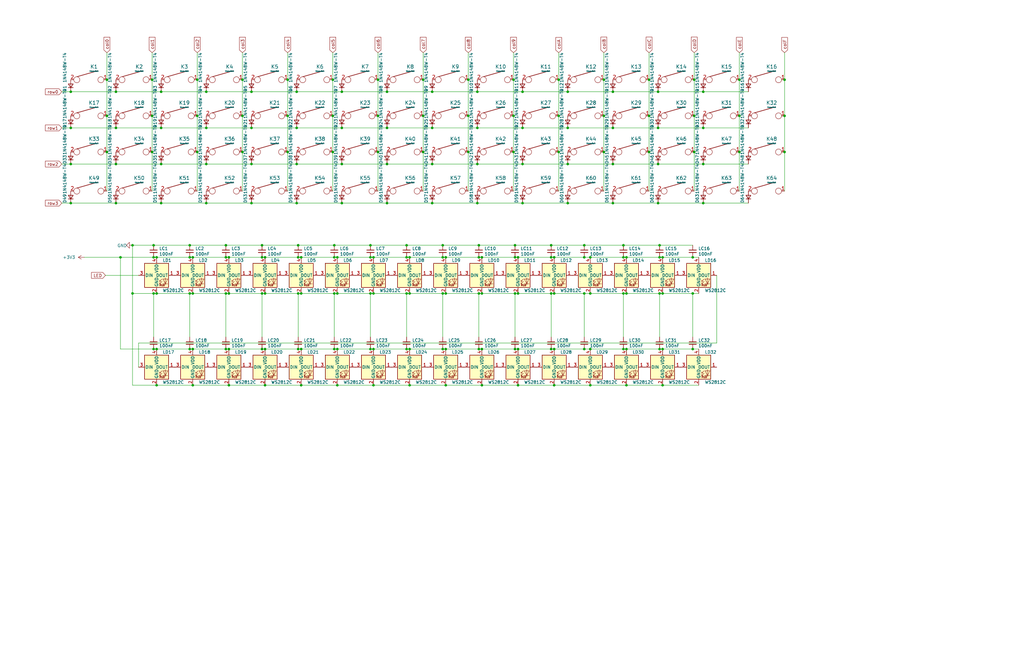
<source format=kicad_sch>
(kicad_sch (version 20211123) (generator eeschema)
  (paper "USLedger")
  (junction (at 125.095 85.725))
  (junction (at 121.285 64.135))
  (junction (at 144.145 69.215))
  (junction (at 197.485 64.135))
  (junction (at 111.76 162.56))
  (junction (at 144.145 85.725))
  (junction (at 157.48 147.32))
  (junction (at 159.385 33.655))
  (junction (at 156.21 108.585))
  (junction (at 201.295 69.215))
  (junction (at 29.845 69.215))
  (junction (at 248.92 162.56))
  (junction (at 186.69 108.585))
  (junction (at 203.2 147.32))
  (junction (at 292.1 147.32))
  (junction (at 292.735 64.135))
  (junction (at 218.44 162.56))
  (junction (at 45.085 64.135))
  (junction (at 277.495 38.735))
  (junction (at 125.73 103.505))
  (junction (at 50.8 108.585))
  (junction (at 182.245 85.725))
  (junction (at 80.01 103.505))
  (junction (at 220.345 69.215))
  (junction (at 178.435 33.655))
  (junction (at 273.685 33.655))
  (junction (at 201.295 38.735))
  (junction (at 66.04 108.585))
  (junction (at 248.92 147.32))
  (junction (at 201.93 123.825))
  (junction (at 106.045 53.975))
  (junction (at 273.685 48.895))
  (junction (at 48.895 69.215))
  (junction (at 292.1 123.825))
  (junction (at 157.48 108.585))
  (junction (at 201.93 147.32))
  (junction (at 102.235 48.895))
  (junction (at 264.16 108.585))
  (junction (at 156.21 103.505))
  (junction (at 233.68 147.32))
  (junction (at 106.045 85.725))
  (junction (at 187.96 123.825))
  (junction (at 140.335 33.655))
  (junction (at 311.785 48.895))
  (junction (at 29.845 85.725))
  (junction (at 279.4 108.585))
  (junction (at 81.28 108.585))
  (junction (at 125.73 147.32))
  (junction (at 232.41 123.825))
  (junction (at 296.545 53.975))
  (junction (at 292.735 33.655))
  (junction (at 48.895 85.725))
  (junction (at 235.585 64.135))
  (junction (at 182.245 69.215))
  (junction (at 163.195 69.215))
  (junction (at 254.635 48.895))
  (junction (at 201.295 53.975))
  (junction (at 86.995 85.725))
  (junction (at 111.76 147.32))
  (junction (at 197.485 33.655))
  (junction (at 277.495 53.975))
  (junction (at 55.88 103.505))
  (junction (at 187.96 147.32))
  (junction (at 140.97 123.825))
  (junction (at 262.89 108.585))
  (junction (at 81.28 162.56))
  (junction (at 201.295 85.725))
  (junction (at 246.38 108.585))
  (junction (at 127 147.32))
  (junction (at 201.93 108.585))
  (junction (at 157.48 123.825))
  (junction (at 233.68 123.825))
  (junction (at 140.97 108.585))
  (junction (at 216.535 48.895))
  (junction (at 67.945 38.735))
  (junction (at 48.895 38.735))
  (junction (at 121.285 48.895))
  (junction (at 95.25 123.825))
  (junction (at 83.185 48.895))
  (junction (at 258.445 53.975))
  (junction (at 239.395 69.215))
  (junction (at 220.345 38.735))
  (junction (at 232.41 108.585))
  (junction (at 278.13 108.585))
  (junction (at 172.72 147.32))
  (junction (at 64.135 48.895))
  (junction (at 172.72 108.585))
  (junction (at 218.44 108.585))
  (junction (at 203.2 108.585))
  (junction (at 248.92 123.825))
  (junction (at 96.52 162.56))
  (junction (at 64.77 108.585))
  (junction (at 203.2 162.56))
  (junction (at 163.195 53.975))
  (junction (at 278.13 103.505))
  (junction (at 48.895 53.975))
  (junction (at 95.25 147.32))
  (junction (at 159.385 48.895))
  (junction (at 292.735 48.895))
  (junction (at 171.45 103.505))
  (junction (at 296.545 85.725))
  (junction (at 279.4 123.825))
  (junction (at 248.92 108.585))
  (junction (at 254.635 64.135))
  (junction (at 66.04 162.56))
  (junction (at 186.69 123.825))
  (junction (at 96.52 147.32))
  (junction (at 311.785 33.655))
  (junction (at 217.17 108.585))
  (junction (at 29.845 53.975))
  (junction (at 95.25 103.505))
  (junction (at 80.01 108.585))
  (junction (at 45.085 48.895))
  (junction (at 64.135 64.135))
  (junction (at 217.17 123.825))
  (junction (at 106.045 69.215))
  (junction (at 66.04 147.32))
  (junction (at 142.24 162.56))
  (junction (at 217.17 103.505))
  (junction (at 66.04 123.825))
  (junction (at 178.435 64.135))
  (junction (at 142.24 123.825))
  (junction (at 186.69 147.32))
  (junction (at 171.45 108.585))
  (junction (at 86.995 38.735))
  (junction (at 144.145 53.975))
  (junction (at 86.995 53.975))
  (junction (at 254.635 33.655))
  (junction (at 96.52 108.585))
  (junction (at 171.45 147.32))
  (junction (at 278.13 147.32))
  (junction (at 140.97 147.32))
  (junction (at 216.535 33.655))
  (junction (at 156.21 123.825))
  (junction (at 86.995 69.215))
  (junction (at 273.685 64.135))
  (junction (at 197.485 48.895))
  (junction (at 171.45 123.825))
  (junction (at 235.585 33.655))
  (junction (at 127 123.825))
  (junction (at 264.16 123.825))
  (junction (at 140.97 103.505))
  (junction (at 125.73 108.585))
  (junction (at 64.135 33.655))
  (junction (at 110.49 103.505))
  (junction (at 140.335 48.895))
  (junction (at 102.235 64.135))
  (junction (at 64.77 147.32))
  (junction (at 80.01 123.825))
  (junction (at 201.93 103.505))
  (junction (at 110.49 123.825))
  (junction (at 144.145 38.735))
  (junction (at 172.72 123.825))
  (junction (at 67.945 53.975))
  (junction (at 163.195 85.725))
  (junction (at 296.545 69.215))
  (junction (at 203.2 123.825))
  (junction (at 258.445 69.215))
  (junction (at 163.195 38.735))
  (junction (at 159.385 64.135))
  (junction (at 239.395 53.975))
  (junction (at 83.185 64.135))
  (junction (at 102.235 33.655))
  (junction (at 279.4 147.32))
  (junction (at 262.89 103.505))
  (junction (at 182.245 38.735))
  (junction (at 55.88 123.825))
  (junction (at 262.89 147.32))
  (junction (at 127 162.56))
  (junction (at 311.785 64.135))
  (junction (at 125.095 69.215))
  (junction (at 121.285 33.655))
  (junction (at 220.345 53.975))
  (junction (at 262.89 123.825))
  (junction (at 216.535 64.135))
  (junction (at 178.435 48.895))
  (junction (at 187.96 108.585))
  (junction (at 279.4 162.56))
  (junction (at 330.835 33.655))
  (junction (at 172.72 162.56))
  (junction (at 258.445 85.725))
  (junction (at 64.77 103.505))
  (junction (at 264.16 162.56))
  (junction (at 182.245 53.975))
  (junction (at 246.38 103.505))
  (junction (at 110.49 147.32))
  (junction (at 67.945 69.215))
  (junction (at 110.49 108.585))
  (junction (at 81.28 147.32))
  (junction (at 125.095 38.735))
  (junction (at 140.335 64.135))
  (junction (at 292.1 108.585))
  (junction (at 239.395 85.725))
  (junction (at 29.845 38.735))
  (junction (at 277.495 85.725))
  (junction (at 235.585 48.895))
  (junction (at 264.16 147.32))
  (junction (at 157.48 162.56))
  (junction (at 232.41 103.505))
  (junction (at 258.445 38.735))
  (junction (at 187.96 162.56))
  (junction (at 296.545 38.735))
  (junction (at 81.28 123.825))
  (junction (at 232.41 147.32))
  (junction (at 111.76 123.825))
  (junction (at 330.835 48.895))
  (junction (at 125.73 123.825))
  (junction (at 218.44 147.32))
  (junction (at 233.68 108.585))
  (junction (at 95.25 108.585))
  (junction (at 96.52 123.825))
  (junction (at 277.495 69.215))
  (junction (at 233.68 162.56))
  (junction (at 142.24 108.585))
  (junction (at 246.38 147.32))
  (junction (at 45.085 33.655))
  (junction (at 218.44 123.825))
  (junction (at 186.69 103.505))
  (junction (at 239.395 38.735))
  (junction (at 156.21 147.32))
  (junction (at 246.38 123.825))
  (junction (at 278.13 123.825))
  (junction (at 142.24 147.32))
  (junction (at 64.77 123.825))
  (junction (at 106.045 38.735))
  (junction (at 67.945 85.725))
  (junction (at 220.345 85.725))
  (junction (at 125.095 53.975))
  (junction (at 83.185 33.655))
  (junction (at 111.76 108.585))
  (junction (at 127 108.585))
  (junction (at 330.835 64.135))
  (junction (at 217.17 147.32))
  (junction (at 80.01 147.32))
  (wire (pts (xy 50.8 108.585) (xy 50.8 147.32)))
  (wire (pts (xy 302.26 116.205) (xy 302.26 144.78)))
  (wire (pts (xy 292.735 64.135) (xy 292.735 80.645)))
  (wire (pts (xy 258.445 85.725) (xy 239.395 85.725)))
  (wire (pts (xy 127 162.56) (xy 142.24 162.56)))
  (wire (pts (xy 187.96 162.56) (xy 203.2 162.56)))
  (wire (pts (xy 279.4 147.32) (xy 292.1 147.32)))
  (wire (pts (xy 45.085 64.135) (xy 45.085 80.645)))
  (wire (pts (xy 235.585 64.135) (xy 235.585 80.645)))
  (wire (pts (xy 220.345 69.215) (xy 239.395 69.215)))
  (wire (pts (xy 311.785 22.225) (xy 311.785 33.655)))
  (wire (pts (xy 172.72 123.825) (xy 186.69 123.825)))
  (wire (pts (xy 80.01 103.505) (xy 95.25 103.505)))
  (wire (pts (xy 279.4 108.585) (xy 292.1 108.585)))
  (wire (pts (xy 172.72 162.56) (xy 187.96 162.56)))
  (wire (pts (xy 262.89 108.585) (xy 264.16 108.585)))
  (wire (pts (xy 95.25 103.505) (xy 110.49 103.505)))
  (wire (pts (xy 156.21 108.585) (xy 157.48 108.585)))
  (wire (pts (xy 81.28 147.32) (xy 95.25 147.32)))
  (wire (pts (xy 125.73 142.24) (xy 125.73 123.825)))
  (wire (pts (xy 140.335 48.895) (xy 140.335 64.135)))
  (wire (pts (xy 50.8 108.585) (xy 64.77 108.585)))
  (wire (pts (xy 264.16 162.56) (xy 279.4 162.56)))
  (wire (pts (xy 273.685 48.895) (xy 273.685 33.655)))
  (wire (pts (xy 66.04 108.585) (xy 80.01 108.585)))
  (wire (pts (xy 254.635 64.135) (xy 254.635 80.645)))
  (wire (pts (xy 125.73 103.505) (xy 140.97 103.505)))
  (wire (pts (xy 48.895 69.215) (xy 67.945 69.215)))
  (wire (pts (xy 96.52 108.585) (xy 110.49 108.585)))
  (wire (pts (xy 302.26 144.78) (xy 58.42 144.78)))
  (wire (pts (xy 220.345 53.975) (xy 201.295 53.975)))
  (wire (pts (xy 171.45 108.585) (xy 172.72 108.585)))
  (wire (pts (xy 102.235 33.655) (xy 102.235 22.225)))
  (wire (pts (xy 233.68 108.585) (xy 246.38 108.585)))
  (wire (pts (xy 55.88 123.825) (xy 64.77 123.825)))
  (wire (pts (xy 182.245 69.215) (xy 201.295 69.215)))
  (wire (pts (xy 110.49 147.32) (xy 111.76 147.32)))
  (wire (pts (xy 125.095 53.975) (xy 106.045 53.975)))
  (wire (pts (xy 102.235 33.655) (xy 102.235 48.895)))
  (wire (pts (xy 246.38 103.505) (xy 262.89 103.505)))
  (wire (pts (xy 64.135 48.895) (xy 64.135 64.135)))
  (wire (pts (xy 178.435 48.895) (xy 178.435 64.135)))
  (wire (pts (xy 127 108.585) (xy 140.97 108.585)))
  (wire (pts (xy 125.095 69.215) (xy 144.145 69.215)))
  (wire (pts (xy 277.495 53.975) (xy 258.445 53.975)))
  (wire (pts (xy 187.96 108.585) (xy 201.93 108.585)))
  (wire (pts (xy 217.17 123.825) (xy 218.44 123.825)))
  (wire (pts (xy 64.77 147.32) (xy 66.04 147.32)))
  (wire (pts (xy 264.16 123.825) (xy 278.13 123.825)))
  (wire (pts (xy 48.895 85.725) (xy 29.845 85.725)))
  (wire (pts (xy 264.16 108.585) (xy 278.13 108.585)))
  (wire (pts (xy 239.395 38.735) (xy 258.445 38.735)))
  (wire (pts (xy 217.17 147.32) (xy 218.44 147.32)))
  (wire (pts (xy 178.435 33.655) (xy 178.435 22.225)))
  (wire (pts (xy 273.685 80.645) (xy 273.685 64.135)))
  (wire (pts (xy 95.25 142.24) (xy 95.25 123.825)))
  (wire (pts (xy 278.13 142.24) (xy 278.13 123.825)))
  (wire (pts (xy 121.285 22.225) (xy 121.285 33.655)))
  (wire (pts (xy 95.25 147.32) (xy 96.52 147.32)))
  (wire (pts (xy 58.42 144.78) (xy 58.42 154.94)))
  (wire (pts (xy 248.92 123.825) (xy 262.89 123.825)))
  (wire (pts (xy 217.17 108.585) (xy 218.44 108.585)))
  (wire (pts (xy 106.045 53.975) (xy 86.995 53.975)))
  (wire (pts (xy 216.535 64.135) (xy 216.535 80.645)))
  (wire (pts (xy 125.73 123.825) (xy 127 123.825)))
  (wire (pts (xy 102.235 64.135) (xy 102.235 80.645)))
  (wire (pts (xy 48.895 53.975) (xy 29.845 53.975)))
  (wire (pts (xy 48.895 38.735) (xy 67.945 38.735)))
  (wire (pts (xy 127 147.32) (xy 140.97 147.32)))
  (wire (pts (xy 64.77 142.24) (xy 64.77 123.825)))
  (wire (pts (xy 86.995 38.735) (xy 106.045 38.735)))
  (wire (pts (xy 35.56 108.585) (xy 50.8 108.585)))
  (wire (pts (xy 279.4 147.32) (xy 278.13 147.32)))
  (wire (pts (xy 140.97 103.505) (xy 156.21 103.505)))
  (wire (pts (xy 110.49 123.825) (xy 111.76 123.825)))
  (wire (pts (xy 66.04 147.32) (xy 80.01 147.32)))
  (wire (pts (xy 186.69 147.32) (xy 187.96 147.32)))
  (wire (pts (xy 232.41 142.24) (xy 232.41 123.825)))
  (wire (pts (xy 315.595 53.975) (xy 296.545 53.975)))
  (wire (pts (xy 248.92 162.56) (xy 264.16 162.56)))
  (wire (pts (xy 254.635 48.895) (xy 254.635 64.135)))
  (wire (pts (xy 55.88 162.56) (xy 66.04 162.56)))
  (wire (pts (xy 279.4 162.56) (xy 294.64 162.56)))
  (wire (pts (xy 67.945 85.725) (xy 48.895 85.725)))
  (wire (pts (xy 203.2 108.585) (xy 217.17 108.585)))
  (wire (pts (xy 171.45 142.24) (xy 171.45 123.825)))
  (wire (pts (xy 163.195 85.725) (xy 144.145 85.725)))
  (wire (pts (xy 262.89 123.825) (xy 264.16 123.825)))
  (wire (pts (xy 233.68 147.32) (xy 246.38 147.32)))
  (wire (pts (xy 121.285 33.655) (xy 121.285 48.895)))
  (wire (pts (xy 201.93 123.825) (xy 203.2 123.825)))
  (wire (pts (xy 80.01 108.585) (xy 81.28 108.585)))
  (wire (pts (xy 67.945 38.735) (xy 86.995 38.735)))
  (wire (pts (xy 182.245 38.735) (xy 201.295 38.735)))
  (wire (pts (xy 296.545 53.975) (xy 277.495 53.975)))
  (wire (pts (xy 64.135 64.135) (xy 64.135 80.645)))
  (wire (pts (xy 292.735 48.895) (xy 292.735 64.135)))
  (wire (pts (xy 296.545 85.725) (xy 277.495 85.725)))
  (wire (pts (xy 58.42 116.205) (xy 44.45 116.205)))
  (wire (pts (xy 278.13 123.825) (xy 279.4 123.825)))
  (wire (pts (xy 163.195 53.975) (xy 144.145 53.975)))
  (wire (pts (xy 197.485 22.225) (xy 197.485 33.655)))
  (wire (pts (xy 203.2 147.32) (xy 217.17 147.32)))
  (wire (pts (xy 96.52 123.825) (xy 110.49 123.825)))
  (wire (pts (xy 86.995 85.725) (xy 67.945 85.725)))
  (wire (pts (xy 29.845 69.215) (xy 48.895 69.215)))
  (wire (pts (xy 96.52 162.56) (xy 111.76 162.56)))
  (wire (pts (xy 201.295 85.725) (xy 182.245 85.725)))
  (wire (pts (xy 315.595 85.725) (xy 296.545 85.725)))
  (wire (pts (xy 218.44 123.825) (xy 232.41 123.825)))
  (wire (pts (xy 178.435 64.135) (xy 178.435 80.645)))
  (wire (pts (xy 81.28 108.585) (xy 95.25 108.585)))
  (wire (pts (xy 186.69 108.585) (xy 187.96 108.585)))
  (wire (pts (xy 163.195 38.735) (xy 182.245 38.735)))
  (wire (pts (xy 330.835 64.135) (xy 330.835 80.645)))
  (wire (pts (xy 201.295 69.215) (xy 220.345 69.215)))
  (wire (pts (xy 64.77 108.585) (xy 66.04 108.585)))
  (wire (pts (xy 111.76 147.32) (xy 125.73 147.32)))
  (wire (pts (xy 279.4 123.825) (xy 292.1 123.825)))
  (wire (pts (xy 144.145 85.725) (xy 125.095 85.725)))
  (wire (pts (xy 232.41 123.825) (xy 233.68 123.825)))
  (wire (pts (xy 121.285 64.135) (xy 121.285 80.645)))
  (wire (pts (xy 55.88 103.505) (xy 55.88 123.825)))
  (wire (pts (xy 187.96 123.825) (xy 201.93 123.825)))
  (wire (pts (xy 246.38 108.585) (xy 248.92 108.585)))
  (wire (pts (xy 201.93 142.24) (xy 201.93 123.825)))
  (wire (pts (xy 26.035 53.975) (xy 29.845 53.975)))
  (wire (pts (xy 277.495 85.725) (xy 258.445 85.725)))
  (wire (pts (xy 232.41 103.505) (xy 246.38 103.505)))
  (wire (pts (xy 203.2 123.825) (xy 217.17 123.825)))
  (wire (pts (xy 111.76 162.56) (xy 127 162.56)))
  (wire (pts (xy 217.17 103.505) (xy 232.41 103.505)))
  (wire (pts (xy 111.76 108.585) (xy 125.73 108.585)))
  (wire (pts (xy 110.49 108.585) (xy 111.76 108.585)))
  (wire (pts (xy 296.545 69.215) (xy 315.595 69.215)))
  (wire (pts (xy 26.035 38.735) (xy 29.845 38.735)))
  (wire (pts (xy 127 123.825) (xy 140.97 123.825)))
  (wire (pts (xy 157.48 108.585) (xy 171.45 108.585)))
  (wire (pts (xy 64.135 33.655) (xy 64.135 48.895)))
  (wire (pts (xy 55.88 123.825) (xy 55.88 162.56)))
  (wire (pts (xy 95.25 123.825) (xy 96.52 123.825)))
  (wire (pts (xy 233.68 123.825) (xy 246.38 123.825)))
  (wire (pts (xy 80.01 147.32) (xy 81.28 147.32)))
  (wire (pts (xy 80.01 123.825) (xy 81.28 123.825)))
  (wire (pts (xy 111.76 123.825) (xy 125.73 123.825)))
  (wire (pts (xy 262.89 142.24) (xy 262.89 123.825)))
  (wire (pts (xy 258.445 53.975) (xy 239.395 53.975)))
  (wire (pts (xy 96.52 147.32) (xy 110.49 147.32)))
  (wire (pts (xy 157.48 147.32) (xy 171.45 147.32)))
  (wire (pts (xy 55.88 103.505) (xy 64.77 103.505)))
  (wire (pts (xy 29.845 38.735) (xy 48.895 38.735)))
  (wire (pts (xy 110.49 103.505) (xy 125.73 103.505)))
  (wire (pts (xy 125.095 38.735) (xy 144.145 38.735)))
  (wire (pts (xy 292.735 33.655) (xy 292.735 48.895)))
  (wire (pts (xy 178.435 33.655) (xy 178.435 48.895)))
  (wire (pts (xy 296.545 38.735) (xy 315.595 38.735)))
  (wire (pts (xy 186.69 142.24) (xy 186.69 123.825)))
  (wire (pts (xy 142.24 108.585) (xy 156.21 108.585)))
  (wire (pts (xy 239.395 69.215) (xy 258.445 69.215)))
  (wire (pts (xy 80.01 142.24) (xy 80.01 123.825)))
  (wire (pts (xy 186.69 123.825) (xy 187.96 123.825)))
  (wire (pts (xy 186.69 103.505) (xy 201.93 103.505)))
  (wire (pts (xy 125.095 85.725) (xy 106.045 85.725)))
  (wire (pts (xy 156.21 103.505) (xy 171.45 103.505)))
  (wire (pts (xy 95.25 108.585) (xy 96.52 108.585)))
  (wire (pts (xy 159.385 33.655) (xy 159.385 48.895)))
  (wire (pts (xy 159.385 48.895) (xy 159.385 64.135)))
  (wire (pts (xy 201.93 147.32) (xy 203.2 147.32)))
  (wire (pts (xy 142.24 147.32) (xy 156.21 147.32)))
  (wire (pts (xy 67.945 69.215) (xy 86.995 69.215)))
  (wire (pts (xy 140.335 64.135) (xy 140.335 80.645)))
  (wire (pts (xy 246.38 123.825) (xy 248.92 123.825)))
  (wire (pts (xy 81.28 162.56) (xy 96.52 162.56)))
  (wire (pts (xy 311.785 33.655) (xy 311.785 48.895)))
  (wire (pts (xy 142.24 123.825) (xy 156.21 123.825)))
  (wire (pts (xy 235.585 48.895) (xy 235.585 64.135)))
  (wire (pts (xy 83.185 48.895) (xy 83.185 64.135)))
  (wire (pts (xy 278.13 103.505) (xy 292.1 103.505)))
  (wire (pts (xy 110.49 142.24) (xy 110.49 123.825)))
  (wire (pts (xy 201.295 38.735) (xy 220.345 38.735)))
  (wire (pts (xy 142.24 162.56) (xy 157.48 162.56)))
  (wire (pts (xy 64.77 103.505) (xy 80.01 103.505)))
  (wire (pts (xy 171.45 123.825) (xy 172.72 123.825)))
  (wire (pts (xy 216.535 33.655) (xy 216.535 48.895)))
  (wire (pts (xy 50.8 147.32) (xy 64.77 147.32)))
  (wire (pts (xy 264.16 147.32) (xy 278.13 147.32)))
  (wire (pts (xy 220.345 85.725) (xy 201.295 85.725)))
  (wire (pts (xy 218.44 147.32) (xy 232.41 147.32)))
  (wire (pts (xy 140.97 108.585) (xy 142.24 108.585)))
  (wire (pts (xy 86.995 69.215) (xy 106.045 69.215)))
  (wire (pts (xy 156.21 123.825) (xy 157.48 123.825)))
  (wire (pts (xy 64.135 22.225) (xy 64.135 33.655)))
  (wire (pts (xy 26.035 85.725) (xy 29.845 85.725)))
  (wire (pts (xy 45.085 48.895) (xy 45.085 64.135)))
  (wire (pts (xy 292.1 147.32) (xy 294.64 147.32)))
  (wire (pts (xy 233.68 162.56) (xy 248.92 162.56)))
  (wire (pts (xy 330.835 33.655) (xy 330.835 22.225)))
  (wire (pts (xy 86.995 53.975) (xy 67.945 53.975)))
  (wire (pts (xy 163.195 69.215) (xy 182.245 69.215)))
  (wire (pts (xy 172.72 108.585) (xy 186.69 108.585)))
  (wire (pts (xy 66.04 123.825) (xy 80.01 123.825)))
  (wire (pts (xy 233.68 108.585) (xy 232.41 108.585)))
  (wire (pts (xy 140.97 123.825) (xy 142.24 123.825)))
  (wire (pts (xy 273.685 22.225) (xy 273.685 33.655)))
  (wire (pts (xy 106.045 38.735) (xy 125.095 38.735)))
  (wire (pts (xy 248.92 147.32) (xy 262.89 147.32)))
  (wire (pts (xy 171.45 103.505) (xy 186.69 103.505)))
  (wire (pts (xy 292.1 108.585) (xy 294.64 108.585)))
  (wire (pts (xy 218.44 108.585) (xy 232.41 108.585)))
  (wire (pts (xy 156.21 142.24) (xy 156.21 123.825)))
  (wire (pts (xy 246.38 142.24) (xy 246.38 123.825)))
  (wire (pts (xy 102.235 48.895) (xy 102.235 64.135)))
  (wire (pts (xy 279.4 108.585) (xy 278.13 108.585)))
  (wire (pts (xy 159.385 64.135) (xy 159.385 80.645)))
  (wire (pts (xy 140.335 33.655) (xy 140.335 22.225)))
  (wire (pts (xy 140.97 147.32) (xy 142.24 147.32)))
  (wire (pts (xy 45.085 33.655) (xy 45.085 22.225)))
  (wire (pts (xy 156.21 147.32) (xy 157.48 147.32)))
  (wire (pts (xy 45.085 33.655) (xy 45.085 48.895)))
  (wire (pts (xy 311.785 64.135) (xy 311.785 80.645)))
  (wire (pts (xy 254.635 33.655) (xy 254.635 22.225)))
  (wire (pts (xy 203.2 162.56) (xy 218.44 162.56)))
  (wire (pts (xy 201.295 53.975) (xy 182.245 53.975)))
  (wire (pts (xy 330.835 48.895) (xy 330.835 64.135)))
  (wire (pts (xy 140.97 142.24) (xy 140.97 123.825)))
  (wire (pts (xy 144.145 53.975) (xy 125.095 53.975)))
  (wire (pts (xy 246.38 147.32) (xy 248.92 147.32)))
  (wire (pts (xy 125.73 108.585) (xy 127 108.585)))
  (wire (pts (xy 311.785 48.895) (xy 311.785 64.135)))
  (wire (pts (xy 292.1 123.825) (xy 294.64 123.825)))
  (wire (pts (xy 144.145 38.735) (xy 163.195 38.735)))
  (wire (pts (xy 262.89 103.505) (xy 278.13 103.505)))
  (wire (pts (xy 277.495 38.735) (xy 296.545 38.735)))
  (wire (pts (xy 26.035 69.215) (xy 29.845 69.215)))
  (wire (pts (xy 220.345 38.735) (xy 239.395 38.735)))
  (wire (pts (xy 125.73 147.32) (xy 127 147.32)))
  (wire (pts (xy 187.96 147.32) (xy 201.93 147.32)))
  (wire (pts (xy 233.68 147.32) (xy 232.41 147.32)))
  (wire (pts (xy 64.77 123.825) (xy 66.04 123.825)))
  (wire (pts (xy 157.48 123.825) (xy 171.45 123.825)))
  (wire (pts (xy 83.185 22.225) (xy 83.185 33.655)))
  (wire (pts (xy 83.185 64.135) (xy 83.185 80.645)))
  (wire (pts (xy 330.835 33.655) (xy 330.835 48.895)))
  (wire (pts (xy 216.535 48.895) (xy 216.535 64.135)))
  (wire (pts (xy 159.385 22.225) (xy 159.385 33.655)))
  (wire (pts (xy 144.145 69.215) (xy 163.195 69.215)))
  (wire (pts (xy 182.245 85.725) (xy 163.195 85.725)))
  (wire (pts (xy 218.44 162.56) (xy 233.68 162.56)))
  (wire (pts (xy 83.185 33.655) (xy 83.185 48.895)))
  (wire (pts (xy 216.535 33.655) (xy 216.535 22.225)))
  (wire (pts (xy 67.945 53.975) (xy 48.895 53.975)))
  (wire (pts (xy 217.17 142.24) (xy 217.17 123.825)))
  (wire (pts (xy 292.735 33.655) (xy 292.735 22.225)))
  (wire (pts (xy 277.495 69.215) (xy 296.545 69.215)))
  (wire (pts (xy 182.245 53.975) (xy 163.195 53.975)))
  (wire (pts (xy 235.585 22.225) (xy 235.585 33.655)))
  (wire (pts (xy 81.28 123.825) (xy 95.25 123.825)))
  (wire (pts (xy 172.72 147.32) (xy 186.69 147.32)))
  (wire (pts (xy 248.92 108.585) (xy 262.89 108.585)))
  (wire (pts (xy 262.89 147.32) (xy 264.16 147.32)))
  (wire (pts (xy 197.485 48.895) (xy 197.485 64.135)))
  (wire (pts (xy 239.395 53.975) (xy 220.345 53.975)))
  (wire (pts (xy 292.1 142.24) (xy 292.1 123.825)))
  (wire (pts (xy 235.585 33.655) (xy 235.585 48.895)))
  (wire (pts (xy 140.335 33.655) (xy 140.335 48.895)))
  (wire (pts (xy 171.45 147.32) (xy 172.72 147.32)))
  (wire (pts (xy 239.395 85.725) (xy 220.345 85.725)))
  (wire (pts (xy 106.045 85.725) (xy 86.995 85.725)))
  (wire (pts (xy 197.485 33.655) (xy 197.485 48.895)))
  (wire (pts (xy 258.445 69.215) (xy 277.495 69.215)))
  (wire (pts (xy 201.93 108.585) (xy 203.2 108.585)))
  (wire (pts (xy 121.285 48.895) (xy 121.285 64.135)))
  (wire (pts (xy 66.04 162.56) (xy 81.28 162.56)))
  (wire (pts (xy 258.445 38.735) (xy 277.495 38.735)))
  (wire (pts (xy 157.48 162.56) (xy 172.72 162.56)))
  (wire (pts (xy 254.635 33.655) (xy 254.635 48.895)))
  (wire (pts (xy 273.685 64.135) (xy 273.685 48.895)))
  (wire (pts (xy 201.93 103.505) (xy 217.17 103.505)))
  (wire (pts (xy 106.045 69.215) (xy 125.095 69.215)))
  (wire (pts (xy 197.485 64.135) (xy 197.485 80.645)))
  (global_label "colF" (shape input) (at 330.835 22.225 90) (property "Intersheet References" "${INTERSHEET_REFS}" (effects hide)))
  (global_label "colC" (shape input) (at 273.685 22.225 90) (property "Intersheet References" "${INTERSHEET_REFS}" (effects hide)))
  (global_label "colA" (shape input) (at 235.585 22.225 90) (property "Intersheet References" "${INTERSHEET_REFS}" (effects hide)))
  (global_label "colE" (shape input) (at 311.785 22.225 90) (property "Intersheet References" "${INTERSHEET_REFS}" (effects hide)))
  (global_label "col4" (shape input) (at 121.285 22.225 90) (property "Intersheet References" "${INTERSHEET_REFS}" (effects hide)))
  (global_label "row1" (shape input) (at 26.035 53.975 180) (property "Intersheet References" "${INTERSHEET_REFS}" (effects hide)))
  (global_label "colB" (shape input) (at 254.635 22.225 90) (property "Intersheet References" "${INTERSHEET_REFS}" (effects hide)))
  (global_label "row3" (shape input) (at 26.035 85.725 180) (property "Intersheet References" "${INTERSHEET_REFS}" (effects hide)))
  (global_label "col1" (shape input) (at 64.135 22.225 90) (property "Intersheet References" "${INTERSHEET_REFS}" (effects hide)))
  (global_label "row2" (shape input) (at 26.035 69.215 180) (property "Intersheet References" "${INTERSHEET_REFS}" (effects hide)))
  (global_label "col2" (shape input) (at 83.185 22.225 90) (property "Intersheet References" "${INTERSHEET_REFS}" (effects hide)))
  (global_label "col7" (shape input) (at 178.435 22.225 90) (property "Intersheet References" "${INTERSHEET_REFS}" (effects hide)))
  (global_label "LED" (shape input) (at 44.45 116.205 180) (property "Intersheet References" "${INTERSHEET_REFS}" (effects hide)))
  (global_label "col8" (shape input) (at 197.485 22.225 90) (property "Intersheet References" "${INTERSHEET_REFS}" (effects hide)))
  (global_label "col9" (shape input) (at 216.535 22.225 90) (property "Intersheet References" "${INTERSHEET_REFS}" (effects hide)))
  (global_label "col3" (shape input) (at 102.235 22.225 90) (property "Intersheet References" "${INTERSHEET_REFS}" (effects hide)))
  (global_label "col5" (shape input) (at 140.335 22.225 90) (property "Intersheet References" "${INTERSHEET_REFS}" (effects hide)))
  (global_label "row0" (shape input) (at 26.035 38.735 180) (property "Intersheet References" "${INTERSHEET_REFS}" (effects hide)))
  (global_label "col0" (shape input) (at 45.085 22.225 90) (property "Intersheet References" "${INTERSHEET_REFS}" (effects hide)))
  (global_label "colD" (shape input) (at 292.735 22.225 90) (property "Intersheet References" "${INTERSHEET_REFS}" (effects hide)))
  (global_label "col6" (shape input) (at 159.385 22.225 90) (property "Intersheet References" "${INTERSHEET_REFS}" (effects hide)))
  (symbol (lib_id "Device:C_Small") (at 201.93 144.78 0) (unit 1)
    (property "Reference" "LC26" (at 204.2668 143.6116 0) (effects (justify left)))
    (property "Value" "100nF" (at 204.2668 145.923 0) (effects (justify left)))
    (property "Footprint" "EDI:Passive_0402_1005Metric" (effects hide))
    (property "LCSC" "C307331" (effects hide))
  )
  (symbol (lib_id "Device:D_Small") (at 239.395 83.185 270) (mirror x) (unit 1)
    (property "Reference" "D60" (at 236.855 85.725 0) (effects (justify left)))
    (property "Value" "1N4148W-T4" (at 236.855 81.915 0) (effects (justify left)))
    (property "Footprint" "EDI:D_SOD-523" (effects hide))
    (property "LCSC" "C68948" (effects hide))
  )
  (symbol (lib_id "HL-Mk2-rescue:KEYSW-keyboard_parts") (at 304.165 33.655 0) (unit 1)
    (property "Reference" "K15" (at 306.3494 28.1432 0) (effects (font (size 1.524 1.524))))
    (property "Value" "Keyswitch" (at 306.3494 30.0228 0) (effects (font (size 0.508 0.508))))
    (property "Footprint" "Button_Switch_SMD:SW_Push_SPST_NO_Alps_SKRK" (effects hide))
  )
  (symbol (lib_id "Device:C_Small") (at 186.69 144.78 0) (unit 1)
    (property "Reference" "LC25" (at 189.0268 143.6116 0) (effects (justify left)))
    (property "Value" "100nF" (at 189.0268 145.923 0) (effects (justify left)))
    (property "Footprint" "EDI:Passive_0402_1005Metric" (effects hide))
    (property "LCSC" "C307331" (effects hide))
  )
  (symbol (lib_id "HL-Mk2-rescue:KEYSW-keyboard_parts") (at 94.615 48.895 0) (unit 1)
    (property "Reference" "K20" (at 96.7994 43.3832 0) (effects (font (size 1.524 1.524))))
    (property "Value" "Keyswitch" (at 96.7994 45.2628 0) (effects (font (size 0.508 0.508))))
    (property "Footprint" "Button_Switch_SMD:SW_Push_SPST_NO_Alps_SKRK" (effects hide))
  )
  (symbol (lib_id "Device:D_Small") (at 29.845 51.435 270) (mirror x) (unit 1)
    (property "Reference" "D17" (at 27.305 53.975 0) (effects (justify left)))
    (property "Value" "1N4148W-T4" (at 27.305 50.165 0) (effects (justify left)))
    (property "Footprint" "EDI:D_SOD-523" (effects hide))
    (property "LCSC" "C68948" (effects hide))
  )
  (symbol (lib_id "Device:D_Small") (at 144.145 51.435 270) (mirror x) (unit 1)
    (property "Reference" "D23" (at 141.605 53.975 0) (effects (justify left)))
    (property "Value" "1N4148W-T4" (at 141.605 50.165 0) (effects (justify left)))
    (property "Footprint" "EDI:D_SOD-523" (effects hide))
    (property "LCSC" "C68948" (effects hide))
  )
  (symbol (lib_id "HL-Mk2-rescue:KEYSW-keyboard_parts") (at 75.565 64.135 0) (unit 1)
    (property "Reference" "K35" (at 77.7494 58.6232 0) (effects (font (size 1.524 1.524))))
    (property "Value" "Keyswitch" (at 77.7494 60.5028 0) (effects (font (size 0.508 0.508))))
    (property "Footprint" "Button_Switch_SMD:SW_Push_SPST_NO_Alps_SKRK" (effects hide))
  )
  (symbol (lib_id "EDI:WS2812C") (at 203.2 116.205 0) (unit 1)
    (property "Reference" "LD10" (at 205.74 109.855 0) (effects (justify left)))
    (property "Value" "WS2812C" (at 205.74 122.555 0) (effects (justify left)))
    (property "Footprint" "EDI:WS2812C_2020" (effects hide))
    (property "Datasheet" "https://cdn-shop.adafruit.com/datasheets/WS2812B.pdf" (effects hide))
    (property "LCSC" "C2976072" (effects hide))
  )
  (symbol (lib_id "Device:D_Small") (at 239.395 36.195 270) (mirror x) (unit 1)
    (property "Reference" "D12" (at 236.855 38.735 0) (effects (justify left)))
    (property "Value" "1N4148W-T4" (at 236.855 34.925 0) (effects (justify left)))
    (property "Footprint" "EDI:D_SOD-523" (effects hide))
    (property "LCSC" "C68948" (effects hide))
  )
  (symbol (lib_id "Device:D_Small") (at 86.995 36.195 270) (mirror x) (unit 1)
    (property "Reference" "D4" (at 84.455 38.735 0) (effects (justify left)))
    (property "Value" "1N4148W-T4" (at 84.455 34.925 0) (effects (justify left)))
    (property "Footprint" "EDI:D_SOD-523" (effects hide))
    (property "LCSC" "C68948" (effects hide))
  )
  (symbol (lib_id "HL-Mk2-rescue:KEYSW-keyboard_parts") (at 285.115 64.135 0) (unit 1)
    (property "Reference" "K46" (at 287.2994 58.6232 0) (effects (font (size 1.524 1.524))))
    (property "Value" "Keyswitch" (at 287.2994 60.5028 0) (effects (font (size 0.508 0.508))))
    (property "Footprint" "Button_Switch_SMD:SW_Push_SPST_NO_Alps_SKRK" (effects hide))
  )
  (symbol (lib_id "Device:C_Small") (at 292.1 144.78 0) (unit 1)
    (property "Reference" "LC32" (at 294.4368 143.6116 0) (effects (justify left)))
    (property "Value" "100nF" (at 294.4368 145.923 0) (effects (justify left)))
    (property "Footprint" "EDI:Passive_0402_1005Metric" (effects hide))
    (property "LCSC" "C307331" (effects hide))
  )
  (symbol (lib_id "Device:D_Small") (at 315.595 66.675 270) (mirror x) (unit 1)
    (property "Reference" "D48" (at 313.055 69.215 0) (effects (justify left)))
    (property "Value" "1N4148W-T4" (at 313.055 65.405 0) (effects (justify left)))
    (property "Footprint" "EDI:D_SOD-523" (effects hide))
    (property "LCSC" "C68948" (effects hide))
  )
  (symbol (lib_id "power:GND") (at 55.88 103.505 270) (unit 1)
    (property "Reference" "#PWR01" (effects hide))
    (property "Value" "GND" (at 51.4858 103.632 90))
  )
  (symbol (lib_id "HL-Mk2-rescue:KEYSW-keyboard_parts") (at 189.865 33.655 0) (unit 1)
    (property "Reference" "K9" (at 192.0494 28.1432 0) (effects (font (size 1.524 1.524))))
    (property "Value" "Keyswitch" (at 192.0494 30.0228 0) (effects (font (size 0.508 0.508))))
    (property "Footprint" "Button_Switch_SMD:SW_Push_SPST_NO_Alps_SKRK" (effects hide))
  )
  (symbol (lib_id "Device:D_Small") (at 315.595 51.435 270) (mirror x) (unit 1)
    (property "Reference" "D32" (at 313.055 53.975 0) (effects (justify left)))
    (property "Value" "1N4148W-T4" (at 313.055 50.165 0) (effects (justify left)))
    (property "Footprint" "EDI:D_SOD-523" (effects hide))
    (property "LCSC" "C68948" (effects hide))
  )
  (symbol (lib_id "Device:D_Small") (at 29.845 66.675 270) (mirror x) (unit 1)
    (property "Reference" "D33" (at 27.305 69.215 0) (effects (justify left)))
    (property "Value" "1N4148W-T4" (at 27.305 65.405 0) (effects (justify left)))
    (property "Footprint" "EDI:D_SOD-523" (effects hide))
    (property "LCSC" "C68948" (effects hide))
  )
  (symbol (lib_id "Device:C_Small") (at 80.01 106.045 0) (unit 1)
    (property "Reference" "LC2" (at 82.3468 104.8766 0) (effects (justify left)))
    (property "Value" "100nF" (at 82.3468 107.188 0) (effects (justify left)))
    (property "Footprint" "EDI:Passive_0402_1005Metric" (effects hide))
    (property "LCSC" "C307331" (effects hide))
  )
  (symbol (lib_id "Device:C_Small") (at 186.69 106.045 0) (unit 1)
    (property "Reference" "LC9" (at 189.0268 104.8766 0) (effects (justify left)))
    (property "Value" "100nF" (at 189.0268 107.188 0) (effects (justify left)))
    (property "Footprint" "EDI:Passive_0402_1005Metric" (effects hide))
    (property "LCSC" "C307331" (effects hide))
  )
  (symbol (lib_id "Device:D_Small") (at 29.845 36.195 270) (mirror x) (unit 1)
    (property "Reference" "D1" (at 27.305 38.735 0) (effects (justify left)))
    (property "Value" "1N4148W-T4" (at 27.305 34.925 0) (effects (justify left)))
    (property "Footprint" "EDI:D_SOD-523" (effects hide))
    (property "LCSC" "C68948" (effects hide))
  )
  (symbol (lib_id "Device:D_Small") (at 182.245 83.185 270) (mirror x) (unit 1)
    (property "Reference" "D57" (at 179.705 85.725 0) (effects (justify left)))
    (property "Value" "1N4148W-T4" (at 179.705 81.915 0) (effects (justify left)))
    (property "Footprint" "EDI:D_SOD-523" (effects hide))
    (property "LCSC" "C68948" (effects hide))
  )
  (symbol (lib_id "Device:D_Small") (at 67.945 66.675 270) (mirror x) (unit 1)
    (property "Reference" "D35" (at 65.405 69.215 0) (effects (justify left)))
    (property "Value" "1N4148W-T4" (at 65.405 65.405 0) (effects (justify left)))
    (property "Footprint" "EDI:D_SOD-523" (effects hide))
    (property "LCSC" "C68948" (effects hide))
  )
  (symbol (lib_id "HL-Mk2-rescue:KEYSW-keyboard_parts") (at 75.565 48.895 0) (unit 1)
    (property "Reference" "K19" (at 77.7494 43.3832 0) (effects (font (size 1.524 1.524))))
    (property "Value" "Keyswitch" (at 77.7494 45.2628 0) (effects (font (size 0.508 0.508))))
    (property "Footprint" "Button_Switch_SMD:SW_Push_SPST_NO_Alps_SKRK" (effects hide))
  )
  (symbol (lib_id "HL-Mk2-rescue:KEYSW-keyboard_parts") (at 247.015 48.895 0) (unit 1)
    (property "Reference" "K28" (at 249.1994 43.3832 0) (effects (font (size 1.524 1.524))))
    (property "Value" "Keyswitch" (at 249.1994 45.2628 0) (effects (font (size 0.508 0.508))))
    (property "Footprint" "Button_Switch_SMD:SW_Push_SPST_NO_Alps_SKRK" (effects hide))
  )
  (symbol (lib_id "HL-Mk2-rescue:KEYSW-keyboard_parts") (at 323.215 48.895 0) (unit 1)
    (property "Reference" "K32" (at 325.3994 43.3832 0) (effects (font (size 1.524 1.524))))
    (property "Value" "Keyswitch" (at 325.3994 45.2628 0) (effects (font (size 0.508 0.508))))
    (property "Footprint" "Button_Switch_SMD:SW_Push_SPST_NO_Alps_SKRK" (effects hide))
  )
  (symbol (lib_id "EDI:WS2812C") (at 233.68 116.205 0) (unit 1)
    (property "Reference" "LD12" (at 236.22 109.855 0) (effects (justify left)))
    (property "Value" "WS2812C" (at 236.22 122.555 0) (effects (justify left)))
    (property "Footprint" "EDI:WS2812C_2020" (effects hide))
    (property "Datasheet" "https://cdn-shop.adafruit.com/datasheets/WS2812B.pdf" (effects hide))
    (property "LCSC" "C2976072" (effects hide))
  )
  (symbol (lib_id "EDI:WS2812C") (at 218.44 154.94 0) (unit 1)
    (property "Reference" "LD27" (at 220.98 148.59 0) (effects (justify left)))
    (property "Value" "WS2812C" (at 220.98 161.29 0) (effects (justify left)))
    (property "Footprint" "EDI:WS2812C_2020" (effects hide))
    (property "Datasheet" "https://cdn-shop.adafruit.com/datasheets/WS2812B.pdf" (effects hide))
    (property "LCSC" "C2976072" (effects hide))
  )
  (symbol (lib_id "Device:D_Small") (at 125.095 51.435 270) (mirror x) (unit 1)
    (property "Reference" "D22" (at 122.555 53.975 0) (effects (justify left)))
    (property "Value" "1N4148W-T4" (at 122.555 50.165 0) (effects (justify left)))
    (property "Footprint" "EDI:D_SOD-523" (effects hide))
    (property "LCSC" "C68948" (effects hide))
  )
  (symbol (lib_id "Device:D_Small") (at 163.195 83.185 270) (mirror x) (unit 1)
    (property "Reference" "D56" (at 160.655 85.725 0) (effects (justify left)))
    (property "Value" "1N4148W-T4" (at 160.655 81.915 0) (effects (justify left)))
    (property "Footprint" "EDI:D_SOD-523" (effects hide))
    (property "LCSC" "C68948" (effects hide))
  )
  (symbol (lib_id "HL-Mk2-rescue:KEYSW-keyboard_parts") (at 37.465 48.895 0) (unit 1)
    (property "Reference" "K17" (at 39.6494 43.3832 0) (effects (font (size 1.524 1.524))))
    (property "Value" "Keyswitch" (at 39.6494 45.2628 0) (effects (font (size 0.508 0.508))))
    (property "Footprint" "Button_Switch_SMD:SW_Push_SPST_NO_Alps_SKRK" (effects hide))
  )
  (symbol (lib_id "HL-Mk2-rescue:KEYSW-keyboard_parts") (at 285.115 80.645 0) (unit 1)
    (property "Reference" "K62" (at 287.2994 75.1332 0) (effects (font (size 1.524 1.524))))
    (property "Value" "Keyswitch" (at 287.2994 77.0128 0) (effects (font (size 0.508 0.508))))
    (property "Footprint" "Button_Switch_SMD:SW_Push_SPST_NO_Alps_SKRK" (effects hide))
  )
  (symbol (lib_id "Device:D_Small") (at 106.045 36.195 270) (mirror x) (unit 1)
    (property "Reference" "D5" (at 103.505 38.735 0) (effects (justify left)))
    (property "Value" "1N4148W-T4" (at 103.505 34.925 0) (effects (justify left)))
    (property "Footprint" "EDI:D_SOD-523" (effects hide))
    (property "LCSC" "C68948" (effects hide))
  )
  (symbol (lib_id "EDI:WS2812C") (at 142.24 116.205 0) (unit 1)
    (property "Reference" "LD6" (at 144.78 109.855 0) (effects (justify left)))
    (property "Value" "WS2812C" (at 144.78 122.555 0) (effects (justify left)))
    (property "Footprint" "EDI:WS2812C_2020" (effects hide))
    (property "Datasheet" "https://cdn-shop.adafruit.com/datasheets/WS2812B.pdf" (effects hide))
    (property "LCSC" "C2976072" (effects hide))
  )
  (symbol (lib_id "Device:D_Small") (at 86.995 51.435 270) (mirror x) (unit 1)
    (property "Reference" "D20" (at 84.455 53.975 0) (effects (justify left)))
    (property "Value" "1N4148W-T4" (at 84.455 50.165 0) (effects (justify left)))
    (property "Footprint" "EDI:D_SOD-523" (effects hide))
    (property "LCSC" "C68948" (effects hide))
  )
  (symbol (lib_id "Device:D_Small") (at 144.145 66.675 270) (mirror x) (unit 1)
    (property "Reference" "D39" (at 141.605 69.215 0) (effects (justify left)))
    (property "Value" "1N4148W-T4" (at 141.605 65.405 0) (effects (justify left)))
    (property "Footprint" "EDI:D_SOD-523" (effects hide))
    (property "LCSC" "C68948" (effects hide))
  )
  (symbol (lib_id "Device:D_Small") (at 86.995 66.675 270) (mirror x) (unit 1)
    (property "Reference" "D36" (at 84.455 69.215 0) (effects (justify left)))
    (property "Value" "1N4148W-T4" (at 84.455 65.405 0) (effects (justify left)))
    (property "Footprint" "EDI:D_SOD-523" (effects hide))
    (property "LCSC" "C68948" (effects hide))
  )
  (symbol (lib_id "HL-Mk2-rescue:KEYSW-keyboard_parts") (at 75.565 33.655 0) (unit 1)
    (property "Reference" "K3" (at 77.7494 28.1432 0) (effects (font (size 1.524 1.524))))
    (property "Value" "Keyswitch" (at 77.7494 30.0228 0) (effects (font (size 0.508 0.508))))
    (property "Footprint" "Button_Switch_SMD:SW_Push_SPST_NO_Alps_SKRK" (effects hide))
  )
  (symbol (lib_id "Device:D_Small") (at 220.345 51.435 270) (mirror x) (unit 1)
    (property "Reference" "D27" (at 217.805 53.975 0) (effects (justify left)))
    (property "Value" "1N4148W-T4" (at 217.805 50.165 0) (effects (justify left)))
    (property "Footprint" "EDI:D_SOD-523" (effects hide))
    (property "LCSC" "C68948" (effects hide))
  )
  (symbol (lib_id "EDI:WS2812C") (at 111.76 116.205 0) (unit 1)
    (property "Reference" "LD4" (at 114.3 109.855 0) (effects (justify left)))
    (property "Value" "WS2812C" (at 114.3 122.555 0) (effects (justify left)))
    (property "Footprint" "EDI:WS2812C_2020" (effects hide))
    (property "Datasheet" "https://cdn-shop.adafruit.com/datasheets/WS2812B.pdf" (effects hide))
    (property "LCSC" "C2976072" (effects hide))
  )
  (symbol (lib_id "HL-Mk2-rescue:KEYSW-keyboard_parts") (at 56.515 64.135 0) (unit 1)
    (property "Reference" "K34" (at 58.6994 58.6232 0) (effects (font (size 1.524 1.524))))
    (property "Value" "Keyswitch" (at 58.6994 60.5028 0) (effects (font (size 0.508 0.508))))
    (property "Footprint" "Button_Switch_SMD:SW_Push_SPST_NO_Alps_SKRK" (effects hide))
  )
  (symbol (lib_id "HL-Mk2-rescue:KEYSW-keyboard_parts") (at 247.015 33.655 0) (unit 1)
    (property "Reference" "K12" (at 249.1994 28.1432 0) (effects (font (size 1.524 1.524))))
    (property "Value" "Keyswitch" (at 249.1994 30.0228 0) (effects (font (size 0.508 0.508))))
    (property "Footprint" "Button_Switch_SMD:SW_Push_SPST_NO_Alps_SKRK" (effects hide))
  )
  (symbol (lib_id "Device:D_Small") (at 296.545 51.435 270) (mirror x) (unit 1)
    (property "Reference" "D31" (at 294.005 53.975 0) (effects (justify left)))
    (property "Value" "1N4148W-T4" (at 294.005 50.165 0) (effects (justify left)))
    (property "Footprint" "EDI:D_SOD-523" (effects hide))
    (property "LCSC" "C68948" (effects hide))
  )
  (symbol (lib_id "Device:D_Small") (at 201.295 36.195 270) (mirror x) (unit 1)
    (property "Reference" "D10" (at 198.755 38.735 0) (effects (justify left)))
    (property "Value" "1N4148W-T4" (at 198.755 34.925 0) (effects (justify left)))
    (property "Footprint" "EDI:D_SOD-523" (effects hide))
    (property "LCSC" "C68948" (effects hide))
  )
  (symbol (lib_id "Device:D_Small") (at 315.595 36.195 270) (mirror x) (unit 1)
    (property "Reference" "D16" (at 313.055 38.735 0) (effects (justify left)))
    (property "Value" "1N4148W-T4" (at 313.055 34.925 0) (effects (justify left)))
    (property "Footprint" "EDI:D_SOD-523" (effects hide))
    (property "LCSC" "C68948" (effects hide))
  )
  (symbol (lib_id "Device:D_Small") (at 296.545 83.185 270) (mirror x) (unit 1)
    (property "Reference" "D63" (at 294.005 85.725 0) (effects (justify left)))
    (property "Value" "1N4148W-T4" (at 294.005 81.915 0) (effects (justify left)))
    (property "Footprint" "EDI:D_SOD-523" (effects hide))
    (property "LCSC" "C68948" (effects hide))
  )
  (symbol (lib_id "Device:C_Small") (at 262.89 144.78 0) (unit 1)
    (property "Reference" "LC30" (at 265.2268 143.6116 0) (effects (justify left)))
    (property "Value" "100nF" (at 265.2268 145.923 0) (effects (justify left)))
    (property "Footprint" "EDI:Passive_0402_1005Metric" (effects hide))
    (property "LCSC" "C307331" (effects hide))
  )
  (symbol (lib_id "Device:D_Small") (at 144.145 36.195 270) (mirror x) (unit 1)
    (property "Reference" "D7" (at 141.605 38.735 0) (effects (justify left)))
    (property "Value" "1N4148W-T4" (at 141.605 34.925 0) (effects (justify left)))
    (property "Footprint" "EDI:D_SOD-523" (effects hide))
    (property "LCSC" "C68948" (effects hide))
  )
  (symbol (lib_id "HL-Mk2-rescue:KEYSW-keyboard_parts") (at 208.915 33.655 0) (unit 1)
    (property "Reference" "K10" (at 211.0994 28.1432 0) (effects (font (size 1.524 1.524))))
    (property "Value" "Keyswitch" (at 211.0994 30.0228 0) (effects (font (size 0.508 0.508))))
    (property "Footprint" "Button_Switch_SMD:SW_Push_SPST_NO_Alps_SKRK" (effects hide))
  )
  (symbol (lib_id "Device:C_Small") (at 201.93 106.045 0) (unit 1)
    (property "Reference" "LC10" (at 204.2668 104.8766 0) (effects (justify left)))
    (property "Value" "100nF" (at 204.2668 107.188 0) (effects (justify left)))
    (property "Footprint" "EDI:Passive_0402_1005Metric" (effects hide))
    (property "LCSC" "C307331" (effects hide))
  )
  (symbol (lib_id "Device:D_Small") (at 277.495 66.675 270) (mirror x) (unit 1)
    (property "Reference" "D46" (at 274.955 69.215 0) (effects (justify left)))
    (property "Value" "1N4148W-T4" (at 274.955 65.405 0) (effects (justify left)))
    (property "Footprint" "EDI:D_SOD-523" (effects hide))
    (property "LCSC" "C68948" (effects hide))
  )
  (symbol (lib_id "Device:C_Small") (at 278.13 144.78 0) (unit 1)
    (property "Reference" "LC31" (at 280.4668 143.6116 0) (effects (justify left)))
    (property "Value" "100nF" (at 280.4668 145.923 0) (effects (justify left)))
    (property "Footprint" "EDI:Passive_0402_1005Metric" (effects hide))
    (property "LCSC" "C307331" (effects hide))
  )
  (symbol (lib_id "HL-Mk2-rescue:KEYSW-keyboard_parts") (at 56.515 48.895 0) (unit 1)
    (property "Reference" "K18" (at 58.6994 43.3832 0) (effects (font (size 1.524 1.524))))
    (property "Value" "Keyswitch" (at 58.6994 45.2628 0) (effects (font (size 0.508 0.508))))
    (property "Footprint" "Button_Switch_SMD:SW_Push_SPST_NO_Alps_SKRK" (effects hide))
  )
  (symbol (lib_id "HL-Mk2-rescue:KEYSW-keyboard_parts") (at 56.515 80.645 0) (unit 1)
    (property "Reference" "K50" (at 58.6994 75.1332 0) (effects (font (size 1.524 1.524))))
    (property "Value" "Keyswitch" (at 58.6994 77.0128 0) (effects (font (size 0.508 0.508))))
    (property "Footprint" "Button_Switch_SMD:SW_Push_SPST_NO_Alps_SKRK" (effects hide))
  )
  (symbol (lib_id "HL-Mk2-rescue:KEYSW-keyboard_parts") (at 208.915 48.895 0) (unit 1)
    (property "Reference" "K26" (at 211.0994 43.3832 0) (effects (font (size 1.524 1.524))))
    (property "Value" "Keyswitch" (at 211.0994 45.2628 0) (effects (font (size 0.508 0.508))))
    (property "Footprint" "Button_Switch_SMD:SW_Push_SPST_NO_Alps_SKRK" (effects hide))
  )
  (symbol (lib_id "EDI:WS2812C") (at 96.52 154.94 0) (unit 1)
    (property "Reference" "LD19" (at 99.06 148.59 0) (effects (justify left)))
    (property "Value" "WS2812C" (at 99.06 161.29 0) (effects (justify left)))
    (property "Footprint" "EDI:WS2812C_2020" (effects hide))
    (property "Datasheet" "https://cdn-shop.adafruit.com/datasheets/WS2812B.pdf" (effects hide))
    (property "LCSC" "C2976072" (effects hide))
  )
  (symbol (lib_id "HL-Mk2-rescue:KEYSW-keyboard_parts") (at 227.965 48.895 0) (unit 1)
    (property "Reference" "K27" (at 230.1494 43.3832 0) (effects (font (size 1.524 1.524))))
    (property "Value" "Keyswitch" (at 230.1494 45.2628 0) (effects (font (size 0.508 0.508))))
    (property "Footprint" "Button_Switch_SMD:SW_Push_SPST_NO_Alps_SKRK" (effects hide))
  )
  (symbol (lib_id "Device:C_Small") (at 156.21 144.78 0) (unit 1)
    (property "Reference" "LC23" (at 158.5468 143.6116 0) (effects (justify left)))
    (property "Value" "100nF" (at 158.5468 145.923 0) (effects (justify left)))
    (property "Footprint" "EDI:Passive_0402_1005Metric" (effects hide))
    (property "LCSC" "C307331" (effects hide))
  )
  (symbol (lib_id "HL-Mk2-rescue:KEYSW-keyboard_parts") (at 113.665 33.655 0) (unit 1)
    (property "Reference" "K5" (at 115.8494 28.1432 0) (effects (font (size 1.524 1.524))))
    (property "Value" "Keyswitch" (at 115.8494 30.0228 0) (effects (font (size 0.508 0.508))))
    (property "Footprint" "Button_Switch_SMD:SW_Push_SPST_NO_Alps_SKRK" (effects hide))
  )
  (symbol (lib_id "HL-Mk2-rescue:KEYSW-keyboard_parts") (at 151.765 33.655 0) (unit 1)
    (property "Reference" "K7" (at 153.9494 28.1432 0) (effects (font (size 1.524 1.524))))
    (property "Value" "Keyswitch" (at 153.9494 30.0228 0) (effects (font (size 0.508 0.508))))
    (property "Footprint" "Button_Switch_SMD:SW_Push_SPST_NO_Alps_SKRK" (effects hide))
  )
  (symbol (lib_id "HL-Mk2-rescue:KEYSW-keyboard_parts") (at 208.915 80.645 0) (unit 1)
    (property "Reference" "K58" (at 211.0994 75.1332 0) (effects (font (size 1.524 1.524))))
    (property "Value" "Keyswitch" (at 211.0994 77.0128 0) (effects (font (size 0.508 0.508))))
    (property "Footprint" "Button_Switch_SMD:SW_Push_SPST_NO_Alps_SKRK" (effects hide))
  )
  (symbol (lib_id "Device:D_Small") (at 163.195 36.195 270) (mirror x) (unit 1)
    (property "Reference" "D8" (at 160.655 38.735 0) (effects (justify left)))
    (property "Value" "1N4148W-T4" (at 160.655 34.925 0) (effects (justify left)))
    (property "Footprint" "EDI:D_SOD-523" (effects hide))
    (property "LCSC" "C68948" (effects hide))
  )
  (symbol (lib_id "HL-Mk2-rescue:KEYSW-keyboard_parts") (at 189.865 64.135 0) (unit 1)
    (property "Reference" "K41" (at 192.0494 58.6232 0) (effects (font (size 1.524 1.524))))
    (property "Value" "Keyswitch" (at 192.0494 60.5028 0) (effects (font (size 0.508 0.508))))
    (property "Footprint" "Button_Switch_SMD:SW_Push_SPST_NO_Alps_SKRK" (effects hide))
  )
  (symbol (lib_id "Device:D_Small") (at 277.495 51.435 270) (mirror x) (unit 1)
    (property "Reference" "D30" (at 274.955 53.975 0) (effects (justify left)))
    (property "Value" "1N4148W-T4" (at 274.955 50.165 0) (effects (justify left)))
    (property "Footprint" "EDI:D_SOD-523" (effects hide))
    (property "LCSC" "C68948" (effects hide))
  )
  (symbol (lib_id "EDI:WS2812C") (at 294.64 154.94 0) (unit 1)
    (property "Reference" "LD32" (at 297.18 148.59 0) (effects (justify left)))
    (property "Value" "WS2812C" (at 297.18 161.29 0) (effects (justify left)))
    (property "Footprint" "EDI:WS2812C_2020" (effects hide))
    (property "Datasheet" "https://cdn-shop.adafruit.com/datasheets/WS2812B.pdf" (effects hide))
    (property "LCSC" "C2976072" (effects hide))
  )
  (symbol (lib_id "Device:C_Small") (at 232.41 144.78 0) (unit 1)
    (property "Reference" "LC28" (at 234.7468 143.6116 0) (effects (justify left)))
    (property "Value" "100nF" (at 234.7468 145.923 0) (effects (justify left)))
    (property "Footprint" "EDI:Passive_0402_1005Metric" (effects hide))
    (property "LCSC" "C307331" (effects hide))
  )
  (symbol (lib_id "Device:D_Small") (at 48.895 83.185 270) (mirror x) (unit 1)
    (property "Reference" "D50" (at 46.355 85.725 0) (effects (justify left)))
    (property "Value" "1N4148W-T4" (at 46.355 81.915 0) (effects (justify left)))
    (property "Footprint" "EDI:D_SOD-523" (effects hide))
    (property "LCSC" "C68948" (effects hide))
  )
  (symbol (lib_id "Device:C_Small") (at 246.38 106.045 0) (unit 1)
    (property "Reference" "LC13" (at 248.7168 104.8766 0) (effects (justify left)))
    (property "Value" "100nF" (at 248.7168 107.188 0) (effects (justify left)))
    (property "Footprint" "EDI:Passive_0402_1005Metric" (effects hide))
    (property "LCSC" "C307331" (effects hide))
  )
  (symbol (lib_id "HL-Mk2-rescue:KEYSW-keyboard_parts") (at 266.065 33.655 0) (unit 1)
    (property "Reference" "K13" (at 268.2494 28.1432 0) (effects (font (size 1.524 1.524))))
    (property "Value" "Keyswitch" (at 268.2494 30.0228 0) (effects (font (size 0.508 0.508))))
    (property "Footprint" "Button_Switch_SMD:SW_Push_SPST_NO_Alps_SKRK" (effects hide))
  )
  (symbol (lib_id "EDI:WS2812C") (at 279.4 154.94 0) (unit 1)
    (property "Reference" "LD31" (at 281.94 148.59 0) (effects (justify left)))
    (property "Value" "WS2812C" (at 281.94 161.29 0) (effects (justify left)))
    (property "Footprint" "EDI:WS2812C_2020" (effects hide))
    (property "Datasheet" "https://cdn-shop.adafruit.com/datasheets/WS2812B.pdf" (effects hide))
    (property "LCSC" "C2976072" (effects hide))
  )
  (symbol (lib_id "EDI:WS2812C") (at 66.04 116.205 0) (unit 1)
    (property "Reference" "LD1" (at 68.58 109.855 0) (effects (justify left)))
    (property "Value" "WS2812C" (at 68.58 122.555 0) (effects (justify left)))
    (property "Footprint" "EDI:WS2812C_2020" (effects hide))
    (property "Datasheet" "https://cdn-shop.adafruit.com/datasheets/WS2812B.pdf" (effects hide))
    (property "LCSC" "C2976072" (effects hide))
  )
  (symbol (lib_id "Device:D_Small") (at 220.345 36.195 270) (mirror x) (unit 1)
    (property "Reference" "D11" (at 217.805 38.735 0) (effects (justify left)))
    (property "Value" "1N4148W-T4" (at 217.805 34.925 0) (effects (justify left)))
    (property "Footprint" "EDI:D_SOD-523" (effects hide))
    (property "LCSC" "C68948" (effects hide))
  )
  (symbol (lib_id "HL-Mk2-rescue:KEYSW-keyboard_parts") (at 75.565 80.645 0) (unit 1)
    (property "Reference" "K51" (at 77.7494 75.1332 0) (effects (font (size 1.524 1.524))))
    (property "Value" "Keyswitch" (at 77.7494 77.0128 0) (effects (font (size 0.508 0.508))))
    (property "Footprint" "Button_Switch_SMD:SW_Push_SPST_NO_Alps_SKRK" (effects hide))
  )
  (symbol (lib_id "Device:D_Small") (at 48.895 36.195 270) (mirror x) (unit 1)
    (property "Reference" "D2" (at 46.355 38.735 0) (effects (justify left)))
    (property "Value" "1N4148W-T4" (at 46.355 34.925 0) (effects (justify left)))
    (property "Footprint" "EDI:D_SOD-523" (effects hide))
    (property "LCSC" "C68948" (effects hide))
  )
  (symbol (lib_id "Device:D_Small") (at 48.895 66.675 270) (mirror x) (unit 1)
    (property "Reference" "D34" (at 46.355 69.215 0) (effects (justify left)))
    (property "Value" "1N4148W-T4" (at 46.355 65.405 0) (effects (justify left)))
    (property "Footprint" "EDI:D_SOD-523" (effects hide))
    (property "LCSC" "C68948" (effects hide))
  )
  (symbol (lib_id "HL-Mk2-rescue:KEYSW-keyboard_parts") (at 304.165 80.645 0) (unit 1)
    (property "Reference" "K63" (at 306.3494 75.1332 0) (effects (font (size 1.524 1.524))))
    (property "Value" "Keyswitch" (at 306.3494 77.0128 0) (effects (font (size 0.508 0.508))))
    (property "Footprint" "Button_Switch_SMD:SW_Push_SPST_NO_Alps_SKRK" (effects hide))
  )
  (symbol (lib_id "HL-Mk2-rescue:KEYSW-keyboard_parts") (at 266.065 64.135 0) (unit 1)
    (property "Reference" "K45" (at 268.2494 58.6232 0) (effects (font (size 1.524 1.524))))
    (property "Value" "Keyswitch" (at 268.2494 60.5028 0) (effects (font (size 0.508 0.508))))
    (property "Footprint" "Button_Switch_SMD:SW_Push_SPST_NO_Alps_SKRK" (effects hide))
  )
  (symbol (lib_id "Device:D_Small") (at 182.245 66.675 270) (mirror x) (unit 1)
    (property "Reference" "D41" (at 179.705 69.215 0) (effects (justify left)))
    (property "Value" "1N4148W-T4" (at 179.705 65.405 0) (effects (justify left)))
    (property "Footprint" "EDI:D_SOD-523" (effects hide))
    (property "LCSC" "C68948" (effects hide))
  )
  (symbol (lib_id "Device:D_Small") (at 125.095 66.675 270) (mirror x) (unit 1)
    (property "Reference" "D38" (at 122.555 69.215 0) (effects (justify left)))
    (property "Value" "1N4148W-T4" (at 122.555 65.405 0) (effects (justify left)))
    (property "Footprint" "EDI:D_SOD-523" (effects hide))
    (property "LCSC" "C68948" (effects hide))
  )
  (symbol (lib_id "HL-Mk2-rescue:KEYSW-keyboard_parts") (at 323.215 33.655 0) (unit 1)
    (property "Reference" "K16" (at 325.3994 28.1432 0) (effects (font (size 1.524 1.524))))
    (property "Value" "Keyswitch" (at 325.3994 30.0228 0) (effects (font (size 0.508 0.508))))
    (property "Footprint" "Button_Switch_SMD:SW_Push_SPST_NO_Alps_SKRK" (effects hide))
  )
  (symbol (lib_id "Device:D_Small") (at 277.495 36.195 270) (mirror x) (unit 1)
    (property "Reference" "D14" (at 274.955 38.735 0) (effects (justify left)))
    (property "Value" "1N4148W-T4" (at 274.955 34.925 0) (effects (justify left)))
    (property "Footprint" "EDI:D_SOD-523" (effects hide))
    (property "LCSC" "C68948" (effects hide))
  )
  (symbol (lib_id "Device:D_Small") (at 163.195 66.675 270) (mirror x) (unit 1)
    (property "Reference" "D40" (at 160.655 69.215 0) (effects (justify left)))
    (property "Value" "1N4148W-T4" (at 160.655 65.405 0) (effects (justify left)))
    (property "Footprint" "EDI:D_SOD-523" (effects hide))
    (property "LCSC" "C68948" (effects hide))
  )
  (symbol (lib_id "HL-Mk2-rescue:KEYSW-keyboard_parts") (at 113.665 48.895 0) (unit 1)
    (property "Reference" "K21" (at 115.8494 43.3832 0) (effects (font (size 1.524 1.524))))
    (property "Value" "Keyswitch" (at 115.8494 45.2628 0) (effects (font (size 0.508 0.508))))
    (property "Footprint" "Button_Switch_SMD:SW_Push_SPST_NO_Alps_SKRK" (effects hide))
  )
  (symbol (lib_id "HL-Mk2-rescue:KEYSW-keyboard_parts") (at 304.165 48.895 0) (unit 1)
    (property "Reference" "K31" (at 306.3494 43.3832 0) (effects (font (size 1.524 1.524))))
    (property "Value" "Keyswitch" (at 306.3494 45.2628 0) (effects (font (size 0.508 0.508))))
    (property "Footprint" "Button_Switch_SMD:SW_Push_SPST_NO_Alps_SKRK" (effects hide))
  )
  (symbol (lib_id "Device:D_Small") (at 106.045 83.185 270) (mirror x) (unit 1)
    (property "Reference" "D53" (at 103.505 85.725 0) (effects (justify left)))
    (property "Value" "1N4148W-T4" (at 103.505 81.915 0) (effects (justify left)))
    (property "Footprint" "EDI:D_SOD-523" (effects hide))
    (property "LCSC" "C68948" (effects hide))
  )
  (symbol (lib_id "EDI:WS2812C") (at 264.16 116.205 0) (unit 1)
    (property "Reference" "LD14" (at 266.7 109.855 0) (effects (justify left)))
    (property "Value" "WS2812C" (at 266.7 122.555 0) (effects (justify left)))
    (property "Footprint" "EDI:WS2812C_2020" (effects hide))
    (property "Datasheet" "https://cdn-shop.adafruit.com/datasheets/WS2812B.pdf" (effects hide))
    (property "LCSC" "C2976072" (effects hide))
  )
  (symbol (lib_id "Device:D_Small") (at 220.345 66.675 270) (mirror x) (unit 1)
    (property "Reference" "D43" (at 217.805 69.215 0) (effects (justify left)))
    (property "Value" "1N4148W-T4" (at 217.805 65.405 0) (effects (justify left)))
    (property "Footprint" "EDI:D_SOD-523" (effects hide))
    (property "LCSC" "C68948" (effects hide))
  )
  (symbol (lib_id "HL-Mk2-rescue:KEYSW-keyboard_parts") (at 151.765 64.135 0) (unit 1)
    (property "Reference" "K39" (at 153.9494 58.6232 0) (effects (font (size 1.524 1.524))))
    (property "Value" "Keyswitch" (at 153.9494 60.5028 0) (effects (font (size 0.508 0.508))))
    (property "Footprint" "Button_Switch_SMD:SW_Push_SPST_NO_Alps_SKRK" (effects hide))
  )
  (symbol (lib_id "Device:C_Small") (at 140.97 144.78 0) (unit 1)
    (property "Reference" "LC22" (at 143.3068 143.6116 0) (effects (justify left)))
    (property "Value" "100nF" (at 143.3068 145.923 0) (effects (justify left)))
    (property "Footprint" "EDI:Passive_0402_1005Metric" (effects hide))
    (property "LCSC" "C307331" (effects hide))
  )
  (symbol (lib_id "Device:D_Small") (at 67.945 36.195 270) (mirror x) (unit 1)
    (property "Reference" "D3" (at 65.405 38.735 0) (effects (justify left)))
    (property "Value" "1N4148W-T4" (at 65.405 34.925 0) (effects (justify left)))
    (property "Footprint" "EDI:D_SOD-523" (effects hide))
    (property "LCSC" "C68948" (effects hide))
  )
  (symbol (lib_id "HL-Mk2-rescue:KEYSW-keyboard_parts") (at 37.465 33.655 0) (unit 1)
    (property "Reference" "K1" (at 39.6494 28.1432 0) (effects (font (size 1.524 1.524))))
    (property "Value" "Keyswitch" (at 39.6494 30.0228 0) (effects (font (size 0.508 0.508))))
    (property "Footprint" "Button_Switch_SMD:SW_Push_SPST_NO_Alps_SKRK" (effects hide))
  )
  (symbol (lib_id "HL-Mk2-rescue:KEYSW-keyboard_parts") (at 170.815 48.895 0) (unit 1)
    (property "Reference" "K24" (at 172.9994 43.3832 0) (effects (font (size 1.524 1.524))))
    (property "Value" "Keyswitch" (at 172.9994 45.2628 0) (effects (font (size 0.508 0.508))))
    (property "Footprint" "Button_Switch_SMD:SW_Push_SPST_NO_Alps_SKRK" (effects hide))
  )
  (symbol (lib_id "Device:D_Small") (at 239.395 66.675 270) (mirror x) (unit 1)
    (property "Reference" "D44" (at 236.855 69.215 0) (effects (justify left)))
    (property "Value" "1N4148W-T4" (at 236.855 65.405 0) (effects (justify left)))
    (property "Footprint" "EDI:D_SOD-523" (effects hide))
    (property "LCSC" "C68948" (effects hide))
  )
  (symbol (lib_id "EDI:WS2812C") (at 172.72 116.205 0) (unit 1)
    (property "Reference" "LD8" (at 175.26 109.855 0) (effects (justify left)))
    (property "Value" "WS2812C" (at 175.26 122.555 0) (effects (justify left)))
    (property "Footprint" "EDI:WS2812C_2020" (effects hide))
    (property "Datasheet" "https://cdn-shop.adafruit.com/datasheets/WS2812B.pdf" (effects hide))
    (property "LCSC" "C2976072" (effects hide))
  )
  (symbol (lib_id "HL-Mk2-rescue:KEYSW-keyboard_parts") (at 285.115 48.895 0) (unit 1)
    (property "Reference" "K30" (at 287.2994 43.3832 0) (effects (font (size 1.524 1.524))))
    (property "Value" "Keyswitch" (at 287.2994 45.2628 0) (effects (font (size 0.508 0.508))))
    (property "Footprint" "Button_Switch_SMD:SW_Push_SPST_NO_Alps_SKRK" (effects hide))
  )
  (symbol (lib_id "Device:D_Small") (at 182.245 36.195 270) (mirror x) (unit 1)
    (property "Reference" "D9" (at 179.705 38.735 0) (effects (justify left)))
    (property "Value" "1N4148W-T4" (at 179.705 34.925 0) (effects (justify left)))
    (property "Footprint" "EDI:D_SOD-523" (effects hide))
    (property "LCSC" "C68948" (effects hide))
  )
  (symbol (lib_id "Device:C_Small") (at 64.77 144.78 0) (unit 1)
    (property "Reference" "LC17" (at 67.1068 143.6116 0) (effects (justify left)))
    (property "Value" "100nF" (at 67.1068 145.923 0) (effects (justify left)))
    (property "Footprint" "EDI:Passive_0402_1005Metric" (effects hide))
    (property "LCSC" "C307331" (effects hide))
  )
  (symbol (lib_id "HL-Mk2-rescue:KEYSW-keyboard_parts") (at 266.065 48.895 0) (unit 1)
    (property "Reference" "K29" (at 268.2494 43.3832 0) (effects (font (size 1.524 1.524))))
    (property "Value" "Keyswitch" (at 268.2494 45.2628 0) (effects (font (size 0.508 0.508))))
    (property "Footprint" "Button_Switch_SMD:SW_Push_SPST_NO_Alps_SKRK" (effects hide))
  )
  (symbol (lib_id "Device:D_Small") (at 296.545 36.195 270) (mirror x) (unit 1)
    (property "Reference" "D15" (at 294.005 38.735 0) (effects (justify left)))
    (property "Value" "1N4148W-T4" (at 294.005 34.925 0) (effects (justify left)))
    (property "Footprint" "EDI:D_SOD-523" (effects hide))
    (property "LCSC" "C68948" (effects hide))
  )
  (symbol (lib_id "Device:D_Small") (at 258.445 66.675 270) (mirror x) (unit 1)
    (property "Reference" "D45" (at 255.905 69.215 0) (effects (justify left)))
    (property "Value" "1N4148W-T4" (at 255.905 65.405 0) (effects (justify left)))
    (property "Footprint" "EDI:D_SOD-523" (effects hide))
    (property "LCSC" "C68948" (effects hide))
  )
  (symbol (lib_id "Device:D_Small") (at 296.545 66.675 270) (mirror x) (unit 1)
    (property "Reference" "D47" (at 294.005 69.215 0) (effects (justify left)))
    (property "Value" "1N4148W-T4" (at 294.005 65.405 0) (effects (justify left)))
    (property "Footprint" "EDI:D_SOD-523" (effects hide))
    (property "LCSC" "C68948" (effects hide))
  )
  (symbol (lib_id "EDI:WS2812C") (at 187.96 116.205 0) (unit 1)
    (property "Reference" "LD9" (at 190.5 109.855 0) (effects (justify left)))
    (property "Value" "WS2812C" (at 190.5 122.555 0) (effects (justify left)))
    (property "Footprint" "EDI:WS2812C_2020" (effects hide))
    (property "Datasheet" "https://cdn-shop.adafruit.com/datasheets/WS2812B.pdf" (effects hide))
    (property "LCSC" "C2976072" (effects hide))
  )
  (symbol (lib_id "EDI:WS2812C") (at 81.28 116.205 0) (unit 1)
    (property "Reference" "LD2" (at 83.82 109.855 0) (effects (justify left)))
    (property "Value" "WS2812C" (at 83.82 122.555 0) (effects (justify left)))
    (property "Footprint" "EDI:WS2812C_2020" (effects hide))
    (property "Datasheet" "https://cdn-shop.adafruit.com/datasheets/WS2812B.pdf" (effects hide))
    (property "LCSC" "C2976072" (effects hide))
  )
  (symbol (lib_id "HL-Mk2-rescue:KEYSW-keyboard_parts") (at 113.665 64.135 0) (unit 1)
    (property "Reference" "K37" (at 115.8494 58.6232 0) (effects (font (size 1.524 1.524))))
    (property "Value" "Keyswitch" (at 115.8494 60.5028 0) (effects (font (size 0.508 0.508))))
    (property "Footprint" "Button_Switch_SMD:SW_Push_SPST_NO_Alps_SKRK" (effects hide))
  )
  (symbol (lib_id "EDI:WS2812C") (at 248.92 116.205 0) (unit 1)
    (property "Reference" "LD13" (at 251.46 109.855 0) (effects (justify left)))
    (property "Value" "WS2812C" (at 251.46 122.555 0) (effects (justify left)))
    (property "Footprint" "EDI:WS2812C_2020" (effects hide))
    (property "Datasheet" "https://cdn-shop.adafruit.com/datasheets/WS2812B.pdf" (effects hide))
    (property "LCSC" "C2976072" (effects hide))
  )
  (symbol (lib_id "EDI:WS2812C") (at 142.24 154.94 0) (unit 1)
    (property "Reference" "LD22" (at 144.78 148.59 0) (effects (justify left)))
    (property "Value" "WS2812C" (at 144.78 161.29 0) (effects (justify left)))
    (property "Footprint" "EDI:WS2812C_2020" (effects hide))
    (property "Datasheet" "https://cdn-shop.adafruit.com/datasheets/WS2812B.pdf" (effects hide))
    (property "LCSC" "C2976072" (effects hide))
  )
  (symbol (lib_id "EDI:WS2812C") (at 127 116.205 0) (unit 1)
    (property "Reference" "LD5" (at 129.54 109.855 0) (effects (justify left)))
    (property "Value" "WS2812C" (at 129.54 122.555 0) (effects (justify left)))
    (property "Footprint" "EDI:WS2812C_2020" (effects hide))
    (property "Datasheet" "https://cdn-shop.adafruit.com/datasheets/WS2812B.pdf" (effects hide))
    (property "LCSC" "C2976072" (effects hide))
  )
  (symbol (lib_id "HL-Mk2-rescue:KEYSW-keyboard_parts") (at 266.065 80.645 0) (unit 1)
    (property "Reference" "K61" (at 268.2494 75.1332 0) (effects (font (size 1.524 1.524))))
    (property "Value" "Keyswitch" (at 268.2494 77.0128 0) (effects (font (size 0.508 0.508))))
    (property "Footprint" "Button_Switch_SMD:SW_Push_SPST_NO_Alps_SKRK" (effects hide))
  )
  (symbol (lib_id "HL-Mk2-rescue:KEYSW-keyboard_parts") (at 247.015 64.135 0) (unit 1)
    (property "Reference" "K44" (at 249.1994 58.6232 0) (effects (font (size 1.524 1.524))))
    (property "Value" "Keyswitch" (at 249.1994 60.5028 0) (effects (font (size 0.508 0.508))))
    (property "Footprint" "Button_Switch_SMD:SW_Push_SPST_NO_Alps_SKRK" (effects hide))
  )
  (symbol (lib_id "Device:D_Small") (at 106.045 66.675 270) (mirror x) (unit 1)
    (property "Reference" "D37" (at 103.505 69.215 0) (effects (justify left)))
    (property "Value" "1N4148W-T4" (at 103.505 65.405 0) (effects (justify left)))
    (property "Footprint" "EDI:D_SOD-523" (effects hide))
    (property "LCSC" "C68948" (effects hide))
  )
  (symbol (lib_id "Device:D_Small") (at 29.845 83.185 270) (mirror x) (unit 1)
    (property "Reference" "D49" (at 27.305 85.725 0) (effects (justify left)))
    (property "Value" "1N4148W-T4" (at 27.305 81.915 0) (effects (justify left)))
    (property "Footprint" "EDI:D_SOD-523" (effects hide))
    (property "LCSC" "C68948" (effects hide))
  )
  (symbol (lib_id "Device:D_Small") (at 258.445 83.185 270) (mirror x) (unit 1)
    (property "Reference" "D61" (at 255.905 85.725 0) (effects (justify left)))
    (property "Value" "1N4148W-T4" (at 255.905 81.915 0) (effects (justify left)))
    (property "Footprint" "EDI:D_SOD-523" (effects hide))
    (property "LCSC" "C68948" (effects hide))
  )
  (symbol (lib_id "HL-Mk2-rescue:KEYSW-keyboard_parts") (at 170.815 33.655 0) (unit 1)
    (property "Reference" "K8" (at 172.9994 28.1432 0) (effects (font (size 1.524 1.524))))
    (property "Value" "Keyswitch" (at 172.9994 30.0228 0) (effects (font (size 0.508 0.508))))
    (property "Footprint" "Button_Switch_SMD:SW_Push_SPST_NO_Alps_SKRK" (effects hide))
  )
  (symbol (lib_id "HL-Mk2-rescue:KEYSW-keyboard_parts") (at 208.915 64.135 0) (unit 1)
    (property "Reference" "K42" (at 211.0994 58.6232 0) (effects (font (size 1.524 1.524))))
    (property "Value" "Keyswitch" (at 211.0994 60.5028 0) (effects (font (size 0.508 0.508))))
    (property "Footprint" "Button_Switch_SMD:SW_Push_SPST_NO_Alps_SKRK" (effects hide))
  )
  (symbol (lib_id "Device:C_Small") (at 217.17 144.78 0) (unit 1)
    (property "Reference" "LC27" (at 219.5068 143.6116 0) (effects (justify left)))
    (property "Value" "100nF" (at 219.5068 145.923 0) (effects (justify left)))
    (property "Footprint" "EDI:Passive_0402_1005Metric" (effects hide))
    (property "LCSC" "C307331" (effects hide))
  )
  (symbol (lib_id "Device:C_Small") (at 232.41 106.045 0) (unit 1)
    (property "Reference" "LC12" (at 234.7468 104.8766 0) (effects (justify left)))
    (property "Value" "100nF" (at 234.7468 107.188 0) (effects (justify left)))
    (property "Footprint" "EDI:Passive_0402_1005Metric" (effects hide))
    (property "LCSC" "C307331" (effects hide))
  )
  (symbol (lib_id "HL-Mk2-rescue:KEYSW-keyboard_parts") (at 132.715 48.895 0) (unit 1)
    (property "Reference" "K22" (at 134.8994 43.3832 0) (effects (font (size 1.524 1.524))))
    (property "Value" "Keyswitch" (at 134.8994 45.2628 0) (effects (font (size 0.508 0.508))))
    (property "Footprint" "Button_Switch_SMD:SW_Push_SPST_NO_Alps_SKRK" (effects hide))
  )
  (symbol (lib_id "Device:C_Small") (at 292.1 106.045 0) (unit 1)
    (property "Reference" "LC16" (at 294.4368 104.8766 0) (effects (justify left)))
    (property "Value" "100nF" (at 294.4368 107.188 0) (effects (justify left)))
    (property "Footprint" "EDI:Passive_0402_1005Metric" (effects hide))
    (property "LCSC" "C307331" (effects hide))
  )
  (symbol (lib_id "EDI:WS2812C") (at 157.48 116.205 0) (unit 1)
    (property "Reference" "LD7" (at 160.02 109.855 0) (effects (justify left)))
    (property "Value" "WS2812C" (at 160.02 122.555 0) (effects (justify left)))
    (property "Footprint" "EDI:WS2812C_2020" (effects hide))
    (property "Datasheet" "https://cdn-shop.adafruit.com/datasheets/WS2812B.pdf" (effects hide))
    (property "LCSC" "C2976072" (effects hide))
  )
  (symbol (lib_id "Device:C_Small") (at 262.89 106.045 0) (unit 1)
    (property "Reference" "LC14" (at 265.2268 104.8766 0) (effects (justify left)))
    (property "Value" "100nF" (at 265.2268 107.188 0) (effects (justify left)))
    (property "Footprint" "EDI:Passive_0402_1005Metric" (effects hide))
    (property "LCSC" "C307331" (effects hide))
  )
  (symbol (lib_id "EDI:WS2812C") (at 96.52 116.205 0) (unit 1)
    (property "Reference" "LD3" (at 99.06 109.855 0) (effects (justify left)))
    (property "Value" "WS2812C" (at 99.06 122.555 0) (effects (justify left)))
    (property "Footprint" "EDI:WS2812C_2020" (effects hide))
    (property "Datasheet" "https://cdn-shop.adafruit.com/datasheets/WS2812B.pdf" (effects hide))
    (property "LCSC" "C2976072" (effects hide))
  )
  (symbol (lib_id "Device:C_Small") (at 278.13 106.045 0) (unit 1)
    (property "Reference" "LC15" (at 280.4668 104.8766 0) (effects (justify left)))
    (property "Value" "100nF" (at 280.4668 107.188 0) (effects (justify left)))
    (property "Footprint" "EDI:Passive_0402_1005Metric" (effects hide))
    (property "LCSC" "C307331" (effects hide))
  )
  (symbol (lib_id "Device:C_Small") (at 217.17 106.045 0) (unit 1)
    (property "Reference" "LC11" (at 219.5068 104.8766 0) (effects (justify left)))
    (property "Value" "100nF" (at 219.5068 107.188 0) (effects (justify left)))
    (property "Footprint" "EDI:Passive_0402_1005Metric" (effects hide))
    (property "LCSC" "C307331" (effects hide))
  )
  (symbol (lib_id "Device:D_Small") (at 67.945 83.185 270) (mirror x) (unit 1)
    (property "Reference" "D51" (at 65.405 85.725 0) (effects (justify left)))
    (property "Value" "1N4148W-T4" (at 65.405 81.915 0) (effects (justify left)))
    (property "Footprint" "EDI:D_SOD-523" (effects hide))
    (property "LCSC" "C68948" (effects hide))
  )
  (symbol (lib_id "Device:C_Small") (at 110.49 144.78 0) (unit 1)
    (property "Reference" "LC20" (at 112.8268 143.6116 0) (effects (justify left)))
    (property "Value" "100nF" (at 112.8268 145.923 0) (effects (justify left)))
    (property "Footprint" "EDI:Passive_0402_1005Metric" (effects hide))
    (property "LCSC" "C307331" (effects hide))
  )
  (symbol (lib_id "EDI:WS2812C") (at 218.44 116.205 0) (unit 1)
    (property "Reference" "LD11" (at 220.98 109.855 0) (effects (justify left)))
    (property "Value" "WS2812C" (at 220.98 122.555 0) (effects (justify left)))
    (property "Footprint" "EDI:WS2812C_2020" (effects hide))
    (property "Datasheet" "https://cdn-shop.adafruit.com/datasheets/WS2812B.pdf" (effects hide))
    (property "LCSC" "C2976072" (effects hide))
  )
  (symbol (lib_id "HL-Mk2-rescue:KEYSW-keyboard_parts") (at 189.865 80.645 0) (unit 1)
    (property "Reference" "K57" (at 192.0494 75.1332 0) (effects (font (size 1.524 1.524))))
    (property "Value" "Keyswitch" (at 192.0494 77.0128 0) (effects (font (size 0.508 0.508))))
    (property "Footprint" "Button_Switch_SMD:SW_Push_SPST_NO_Alps_SKRK" (effects hide))
  )
  (symbol (lib_id "Device:D_Small") (at 220.345 83.185 270) (mirror x) (unit 1)
    (property "Reference" "D59" (at 217.805 85.725 0) (effects (justify left)))
    (property "Value" "1N4148W-T4" (at 217.805 81.915 0) (effects (justify left)))
    (property "Footprint" "EDI:D_SOD-523" (effects hide))
    (property "LCSC" "C68948" (effects hide))
  )
  (symbol (lib_id "Device:C_Small") (at 95.25 144.78 0) (unit 1)
    (property "Reference" "LC19" (at 97.5868 143.6116 0) (effects (justify left)))
    (property "Value" "100nF" (at 97.5868 145.923 0) (effects (justify left)))
    (property "Footprint" "EDI:Passive_0402_1005Metric" (effects hide))
    (property "LCSC" "C307331" (effects hide))
  )
  (symbol (lib_id "EDI:WS2812C") (at 111.76 154.94 0) (unit 1)
    (property "Reference" "LD20" (at 114.3 148.59 0) (effects (justify left)))
    (property "Value" "WS2812C" (at 114.3 161.29 0) (effects (justify left)))
    (property "Footprint" "EDI:WS2812C_2020" (effects hide))
    (property "Datasheet" "https://cdn-shop.adafruit.com/datasheets/WS2812B.pdf" (effects hide))
    (property "LCSC" "C2976072" (effects hide))
  )
  (symbol (lib_id "Device:C_Small") (at 246.38 144.78 0) (unit 1)
    (property "Reference" "LC29" (at 248.7168 143.6116 0) (effects (justify left)))
    (property "Value" "100nF" (at 248.7168 145.923 0) (effects (justify left)))
    (property "Footprint" "EDI:Passive_0402_1005Metric" (effects hide))
    (property "LCSC" "C307331" (effects hide))
  )
  (symbol (lib_id "Device:D_Small") (at 201.295 66.675 270) (mirror x) (unit 1)
    (property "Reference" "D42" (at 198.755 69.215 0) (effects (justify left)))
    (property "Value" "1N4148W-T4" (at 198.755 65.405 0) (effects (justify left)))
    (property "Footprint" "EDI:D_SOD-523" (effects hide))
    (property "LCSC" "C68948" (effects hide))
  )
  (symbol (lib_id "HL-Mk2-rescue:KEYSW-keyboard_parts") (at 151.765 48.895 0) (unit 1)
    (property "Reference" "K23" (at 153.9494 43.3832 0) (effects (font (size 1.524 1.524))))
    (property "Value" "Keyswitch" (at 153.9494 45.2628 0) (effects (font (size 0.508 0.508))))
    (property "Footprint" "Button_Switch_SMD:SW_Push_SPST_NO_Alps_SKRK" (effects hide))
  )
  (symbol (lib_id "HL-Mk2-rescue:KEYSW-keyboard_parts") (at 323.215 64.135 0) (unit 1)
    (property "Reference" "K48" (at 325.3994 58.6232 0) (effects (font (size 1.524 1.524))))
    (property "Value" "Keyswitch" (at 325.3994 60.5028 0) (effects (font (size 0.508 0.508))))
    (property "Footprint" "Button_Switch_SMD:SW_Push_SPST_NO_Alps_SKRK" (effects hide))
  )
  (symbol (lib_id "HL-Mk2-rescue:KEYSW-keyboard_parts") (at 151.765 80.645 0) (unit 1)
    (property "Reference" "K55" (at 153.9494 75.1332 0) (effects (font (size 1.524 1.524))))
    (property "Value" "Keyswitch" (at 153.9494 77.0128 0) (effects (font (size 0.508 0.508))))
    (property "Footprint" "Button_Switch_SMD:SW_Push_SPST_NO_Alps_SKRK" (effects hide))
  )
  (symbol (lib_id "HL-Mk2-rescue:KEYSW-keyboard_parts") (at 170.815 80.645 0) (unit 1)
    (property "Reference" "K56" (at 172.9994 75.1332 0) (effects (font (size 1.524 1.524))))
    (property "Value" "Keyswitch" (at 172.9994 77.0128 0) (effects (font (size 0.508 0.508))))
    (property "Footprint" "Button_Switch_SMD:SW_Push_SPST_NO_Alps_SKRK" (effects hide))
  )
  (symbol (lib_id "HL-Mk2-rescue:KEYSW-keyboard_parts") (at 227.965 80.645 0) (unit 1)
    (property "Reference" "K59" (at 230.1494 75.1332 0) (effects (font (size 1.524 1.524))))
    (property "Value" "Keyswitch" (at 230.1494 77.0128 0) (effects (font (size 0.508 0.508))))
    (property "Footprint" "Button_Switch_SMD:SW_Push_SPST_NO_Alps_SKRK" (effects hide))
  )
  (symbol (lib_id "HL-Mk2-rescue:KEYSW-keyboard_parts") (at 94.615 64.135 0) (unit 1)
    (property "Reference" "K36" (at 96.7994 58.6232 0) (effects (font (size 1.524 1.524))))
    (property "Value" "Keyswitch" (at 96.7994 60.5028 0) (effects (font (size 0.508 0.508))))
    (property "Footprint" "Button_Switch_SMD:SW_Push_SPST_NO_Alps_SKRK" (effects hide))
  )
  (symbol (lib_id "EDI:WS2812C") (at 172.72 154.94 0) (unit 1)
    (property "Reference" "LD24" (at 175.26 148.59 0) (effects (justify left)))
    (property "Value" "WS2812C" (at 175.26 161.29 0) (effects (justify left)))
    (property "Footprint" "EDI:WS2812C_2020" (effects hide))
    (property "Datasheet" "https://cdn-shop.adafruit.com/datasheets/WS2812B.pdf" (effects hide))
    (property "LCSC" "C2976072" (effects hide))
  )
  (symbol (lib_id "Device:D_Small") (at 163.195 51.435 270) (mirror x) (unit 1)
    (property "Reference" "D24" (at 160.655 53.975 0) (effects (justify left)))
    (property "Value" "1N4148W-T4" (at 160.655 50.165 0) (effects (justify left)))
    (property "Footprint" "EDI:D_SOD-523" (effects hide))
    (property "LCSC" "C68948" (effects hide))
  )
  (symbol (lib_id "EDI:WS2812C") (at 66.04 154.94 0) (unit 1)
    (property "Reference" "LD17" (at 68.58 148.59 0) (effects (justify left)))
    (property "Value" "WS2812C" (at 68.58 161.29 0) (effects (justify left)))
    (property "Footprint" "EDI:WS2812C_2020" (effects hide))
    (property "Datasheet" "https://cdn-shop.adafruit.com/datasheets/WS2812B.pdf" (effects hide))
    (property "LCSC" "C2976072" (effects hide))
  )
  (symbol (lib_id "Device:D_Small") (at 86.995 83.185 270) (mirror x) (unit 1)
    (property "Reference" "D52" (at 84.455 85.725 0) (effects (justify left)))
    (property "Value" "1N4148W-T4" (at 84.455 81.915 0) (effects (justify left)))
    (property "Footprint" "EDI:D_SOD-523" (effects hide))
    (property "LCSC" "C68948" (effects hide))
  )
  (symbol (lib_id "EDI:WS2812C") (at 81.28 154.94 0) (unit 1)
    (property "Reference" "LD18" (at 83.82 148.59 0) (effects (justify left)))
    (property "Value" "WS2812C" (at 83.82 161.29 0) (effects (justify left)))
    (property "Footprint" "EDI:WS2812C_2020" (effects hide))
    (property "Datasheet" "https://cdn-shop.adafruit.com/datasheets/WS2812B.pdf" (effects hide))
    (property "LCSC" "C2976072" (effects hide))
  )
  (symbol (lib_id "Device:D_Small") (at 315.595 83.185 270) (mirror x) (unit 1)
    (property "Reference" "D64" (at 313.055 85.725 0) (effects (justify left)))
    (property "Value" "1N4148W-T4" (at 313.055 81.915 0) (effects (justify left)))
    (property "Footprint" "EDI:D_SOD-523" (effects hide))
    (property "LCSC" "C68948" (effects hide))
  )
  (symbol (lib_id "Device:D_Small") (at 258.445 51.435 270) (mirror x) (unit 1)
    (property "Reference" "D29" (at 255.905 53.975 0) (effects (justify left)))
    (property "Value" "1N4148W-T4" (at 255.905 50.165 0) (effects (justify left)))
    (property "Footprint" "EDI:D_SOD-523" (effects hide))
    (property "LCSC" "C68948" (effects hide))
  )
  (symbol (lib_id "Device:C_Small") (at 95.25 106.045 0) (unit 1)
    (property "Reference" "LC3" (at 97.5868 104.8766 0) (effects (justify left)))
    (property "Value" "100nF" (at 97.5868 107.188 0) (effects (justify left)))
    (property "Footprint" "EDI:Passive_0402_1005Metric" (effects hide))
    (property "LCSC" "C307331" (effects hide))
  )
  (symbol (lib_id "Device:D_Small") (at 258.445 36.195 270) (mirror x) (unit 1)
    (property "Reference" "D13" (at 255.905 38.735 0) (effects (justify left)))
    (property "Value" "1N4148W-T4" (at 255.905 34.925 0) (effects (justify left)))
    (property "Footprint" "EDI:D_SOD-523" (effects hide))
    (property "LCSC" "C68948" (effects hide))
  )
  (symbol (lib_id "EDI:WS2812C") (at 248.92 154.94 0) (unit 1)
    (property "Reference" "LD29" (at 251.46 148.59 0) (effects (justify left)))
    (property "Value" "WS2812C" (at 251.46 161.29 0) (effects (justify left)))
    (property "Footprint" "EDI:WS2812C_2020" (effects hide))
    (property "Datasheet" "https://cdn-shop.adafruit.com/datasheets/WS2812B.pdf" (effects hide))
    (property "LCSC" "C2976072" (effects hide))
  )
  (symbol (lib_id "EDI:WS2812C") (at 279.4 116.205 0) (unit 1)
    (property "Reference" "LD15" (at 281.94 109.855 0) (effects (justify left)))
    (property "Value" "WS2812C" (at 281.94 122.555 0) (effects (justify left)))
    (property "Footprint" "EDI:WS2812C_2020" (effects hide))
    (property "Datasheet" "https://cdn-shop.adafruit.com/datasheets/WS2812B.pdf" (effects hide))
    (property "LCSC" "C2976072" (effects hide))
  )
  (symbol (lib_id "HL-Mk2-rescue:KEYSW-keyboard_parts") (at 132.715 64.135 0) (unit 1)
    (property "Reference" "K38" (at 134.8994 58.6232 0) (effects (font (size 1.524 1.524))))
    (property "Value" "Keyswitch" (at 134.8994 60.5028 0) (effects (font (size 0.508 0.508))))
    (property "Footprint" "Button_Switch_SMD:SW_Push_SPST_NO_Alps_SKRK" (effects hide))
  )
  (symbol (lib_id "Device:D_Small") (at 67.945 51.435 270) (mirror x) (unit 1)
    (property "Reference" "D19" (at 65.405 53.975 0) (effects (justify left)))
    (property "Value" "1N4148W-T4" (at 65.405 50.165 0) (effects (justify left)))
    (property "Footprint" "EDI:D_SOD-523" (effects hide))
    (property "LCSC" "C68948" (effects hide))
  )
  (symbol (lib_id "EDI:WS2812C") (at 127 154.94 0) (unit 1)
    (property "Reference" "LD21" (at 129.54 148.59 0) (effects (justify left)))
    (property "Value" "WS2812C" (at 129.54 161.29 0) (effects (justify left)))
    (property "Footprint" "EDI:WS2812C_2020" (effects hide))
    (property "Datasheet" "https://cdn-shop.adafruit.com/datasheets/WS2812B.pdf" (effects hide))
    (property "LCSC" "C2976072" (effects hide))
  )
  (symbol (lib_id "HL-Mk2-rescue:KEYSW-keyboard_parts") (at 37.465 64.135 0) (unit 1)
    (property "Reference" "K33" (at 39.6494 58.6232 0) (effects (font (size 1.524 1.524))))
    (property "Value" "Keyswitch" (at 39.6494 60.5028 0) (effects (font (size 0.508 0.508))))
    (property "Footprint" "Button_Switch_SMD:SW_Push_SPST_NO_Alps_SKRK" (effects hide))
  )
  (symbol (lib_id "HL-Mk2-rescue:KEYSW-keyboard_parts") (at 247.015 80.645 0) (unit 1)
    (property "Reference" "K60" (at 249.1994 75.1332 0) (effects (font (size 1.524 1.524))))
    (property "Value" "Keyswitch" (at 249.1994 77.0128 0) (effects (font (size 0.508 0.508))))
    (property "Footprint" "Button_Switch_SMD:SW_Push_SPST_NO_Alps_SKRK" (effects hide))
  )
  (symbol (lib_id "HL-Mk2-rescue:KEYSW-keyboard_parts") (at 323.215 80.645 0) (unit 1)
    (property "Reference" "K64" (at 325.3994 75.1332 0) (effects (font (size 1.524 1.524))))
    (property "Value" "Keyswitch" (at 325.3994 77.0128 0) (effects (font (size 0.508 0.508))))
    (property "Footprint" "Button_Switch_SMD:SW_Push_SPST_NO_Alps_SKRK" (effects hide))
  )
  (symbol (lib_id "HL-Mk2-rescue:KEYSW-keyboard_parts") (at 227.965 33.655 0) (unit 1)
    (property "Reference" "K11" (at 230.1494 28.1432 0) (effects (font (size 1.524 1.524))))
    (property "Value" "Keyswitch" (at 230.1494 30.0228 0) (effects (font (size 0.508 0.508))))
    (property "Footprint" "Button_Switch_SMD:SW_Push_SPST_NO_Alps_SKRK" (effects hide))
  )
  (symbol (lib_id "Device:D_Small") (at 182.245 51.435 270) (mirror x) (unit 1)
    (property "Reference" "D25" (at 179.705 53.975 0) (effects (justify left)))
    (property "Value" "1N4148W-T4" (at 179.705 50.165 0) (effects (justify left)))
    (property "Footprint" "EDI:D_SOD-523" (effects hide))
    (property "LCSC" "C68948" (effects hide))
  )
  (symbol (lib_id "Device:D_Small") (at 125.095 83.185 270) (mirror x) (unit 1)
    (property "Reference" "D54" (at 122.555 85.725 0) (effects (justify left)))
    (property "Value" "1N4148W-T4" (at 122.555 81.915 0) (effects (justify left)))
    (property "Footprint" "EDI:D_SOD-523" (effects hide))
    (property "LCSC" "C68948" (effects hide))
  )
  (symbol (lib_id "Device:D_Small") (at 125.095 36.195 270) (mirror x) (unit 1)
    (property "Reference" "D6" (at 122.555 38.735 0) (effects (justify left)))
    (property "Value" "1N4148W-T4" (at 122.555 34.925 0) (effects (justify left)))
    (property "Footprint" "EDI:D_SOD-523" (effects hide))
    (property "LCSC" "C68948" (effects hide))
  )
  (symbol (lib_id "HL-Mk2-rescue:KEYSW-keyboard_parts") (at 285.115 33.655 0) (unit 1)
    (property "Reference" "K14" (at 287.2994 28.1432 0) (effects (font (size 1.524 1.524))))
    (property "Value" "Keyswitch" (at 287.2994 30.0228 0) (effects (font (size 0.508 0.508))))
    (property "Footprint" "Button_Switch_SMD:SW_Push_SPST_NO_Alps_SKRK" (effects hide))
  )
  (symbol (lib_id "HL-Mk2-rescue:KEYSW-keyboard_parts") (at 37.465 80.645 0) (unit 1)
    (property "Reference" "K49" (at 39.6494 75.1332 0) (effects (font (size 1.524 1.524))))
    (property "Value" "Keyswitch" (at 39.6494 77.0128 0) (effects (font (size 0.508 0.508))))
    (property "Footprint" "Button_Switch_SMD:SW_Push_SPST_NO_Alps_SKRK" (effects hide))
  )
  (symbol (lib_id "HL-Mk2-rescue:KEYSW-keyboard_parts") (at 113.665 80.645 0) (unit 1)
    (property "Reference" "K53" (at 115.8494 75.1332 0) (effects (font (size 1.524 1.524))))
    (property "Value" "Keyswitch" (at 115.8494 77.0128 0) (effects (font (size 0.508 0.508))))
    (property "Footprint" "Button_Switch_SMD:SW_Push_SPST_NO_Alps_SKRK" (effects hide))
  )
  (symbol (lib_id "HL-Mk2-rescue:KEYSW-keyboard_parts") (at 132.715 80.645 0) (unit 1)
    (property "Reference" "K54" (at 134.8994 75.1332 0) (effects (font (size 1.524 1.524))))
    (property "Value" "Keyswitch" (at 134.8994 77.0128 0) (effects (font (size 0.508 0.508))))
    (property "Footprint" "Button_Switch_SMD:SW_Push_SPST_NO_Alps_SKRK" (effects hide))
  )
  (symbol (lib_id "Device:C_Small") (at 80.01 144.78 0) (unit 1)
    (property "Reference" "LC18" (at 82.3468 143.6116 0) (effects (justify left)))
    (property "Value" "100nF" (at 82.3468 145.923 0) (effects (justify left)))
    (property "Footprint" "EDI:Passive_0402_1005Metric" (effects hide))
    (property "LCSC" "C307331" (effects hide))
  )
  (symbol (lib_id "Device:C_Small") (at 140.97 106.045 0) (unit 1)
    (property "Reference" "LC6" (at 143.3068 104.8766 0) (effects (justify left)))
    (property "Value" "100nF" (at 143.3068 107.188 0) (effects (justify left)))
    (property "Footprint" "EDI:Passive_0402_1005Metric" (effects hide))
    (property "LCSC" "C307331" (effects hide))
  )
  (symbol (lib_id "HL-Mk2-rescue:KEYSW-keyboard_parts") (at 304.165 64.135 0) (unit 1)
    (property "Reference" "K47" (at 306.3494 58.6232 0) (effects (font (size 1.524 1.524))))
    (property "Value" "Keyswitch" (at 306.3494 60.5028 0) (effects (font (size 0.508 0.508))))
    (property "Footprint" "Button_Switch_SMD:SW_Push_SPST_NO_Alps_SKRK" (effects hide))
  )
  (symbol (lib_id "EDI:WS2812C") (at 203.2 154.94 0) (unit 1)
    (property "Reference" "LD26" (at 205.74 148.59 0) (effects (justify left)))
    (property "Value" "WS2812C" (at 205.74 161.29 0) (effects (justify left)))
    (property "Footprint" "EDI:WS2812C_2020" (effects hide))
    (property "Datasheet" "https://cdn-shop.adafruit.com/datasheets/WS2812B.pdf" (effects hide))
    (property "LCSC" "C2976072" (effects hide))
  )
  (symbol (lib_id "Device:D_Small") (at 201.295 83.185 270) (mirror x) (unit 1)
    (property "Reference" "D58" (at 198.755 85.725 0) (effects (justify left)))
    (property "Value" "1N4148W-T4" (at 198.755 81.915 0) (effects (justify left)))
    (property "Footprint" "EDI:D_SOD-523" (effects hide))
    (property "LCSC" "C68948" (effects hide))
  )
  (symbol (lib_id "Device:C_Small") (at 171.45 144.78 0) (unit 1)
    (property "Reference" "LC24" (at 173.7868 143.6116 0) (effects (justify left)))
    (property "Value" "100nF" (at 173.7868 145.923 0) (effects (justify left)))
    (property "Footprint" "EDI:Passive_0402_1005Metric" (effects hide))
    (property "LCSC" "C307331" (effects hide))
  )
  (symbol (lib_id "Device:C_Small") (at 125.73 144.78 0) (unit 1)
    (property "Reference" "LC21" (at 128.0668 143.6116 0) (effects (justify left)))
    (property "Value" "100nF" (at 128.0668 145.923 0) (effects (justify left)))
    (property "Footprint" "EDI:Passive_0402_1005Metric" (effects hide))
    (property "LCSC" "C307331" (effects hide))
  )
  (symbol (lib_id "HL-Mk2-rescue:KEYSW-keyboard_parts") (at 94.615 80.645 0) (unit 1)
    (property "Reference" "K52" (at 96.7994 75.1332 0) (effects (font (size 1.524 1.524))))
    (property "Value" "Keyswitch" (at 96.7994 77.0128 0) (effects (font (size 0.508 0.508))))
    (property "Footprint" "Button_Switch_SMD:SW_Push_SPST_NO_Alps_SKRK" (effects hide))
  )
  (symbol (lib_id "Device:C_Small") (at 110.49 106.045 0) (unit 1)
    (property "Reference" "LC4" (at 112.8268 104.8766 0) (effects (justify left)))
    (property "Value" "100nF" (at 112.8268 107.188 0) (effects (justify left)))
    (property "Footprint" "EDI:Passive_0402_1005Metric" (effects hide))
    (property "LCSC" "C307331" (effects hide))
  )
  (symbol (lib_id "EDI:WS2812C") (at 187.96 154.94 0) (unit 1)
    (property "Reference" "LD25" (at 190.5 148.59 0) (effects (justify left)))
    (property "Value" "WS2812C" (at 190.5 161.29 0) (effects (justify left)))
    (property "Footprint" "EDI:WS2812C_2020" (effects hide))
    (property "Datasheet" "https://cdn-shop.adafruit.com/datasheets/WS2812B.pdf" (effects hide))
    (property "LCSC" "C2976072" (effects hide))
  )
  (symbol (lib_id "HL-Mk2-rescue:KEYSW-keyboard_parts") (at 94.615 33.655 0) (unit 1)
    (property "Reference" "K4" (at 96.7994 28.1432 0) (effects (font (size 1.524 1.524))))
    (property "Value" "Keyswitch" (at 96.7994 30.0228 0) (effects (font (size 0.508 0.508))))
    (property "Footprint" "Button_Switch_SMD:SW_Push_SPST_NO_Alps_SKRK" (effects hide))
  )
  (symbol (lib_id "Device:D_Small") (at 239.395 51.435 270) (mirror x) (unit 1)
    (property "Reference" "D28" (at 236.855 53.975 0) (effects (justify left)))
    (property "Value" "1N4148W-T4" (at 236.855 50.165 0) (effects (justify left)))
    (property "Footprint" "EDI:D_SOD-523" (effects hide))
    (property "LCSC" "C68948" (effects hide))
  )
  (symbol (lib_id "Device:C_Small") (at 125.73 106.045 0) (unit 1)
    (property "Reference" "LC5" (at 128.0668 104.8766 0) (effects (justify left)))
    (property "Value" "100nF" (at 128.0668 107.188 0) (effects (justify left)))
    (property "Footprint" "EDI:Passive_0402_1005Metric" (effects hide))
    (property "LCSC" "C307331" (effects hide))
  )
  (symbol (lib_id "Device:C_Small") (at 156.21 106.045 0) (unit 1)
    (property "Reference" "LC7" (at 158.5468 104.8766 0) (effects (justify left)))
    (property "Value" "100nF" (at 158.5468 107.188 0) (effects (justify left)))
    (property "Footprint" "EDI:Passive_0402_1005Metric" (effects hide))
    (property "LCSC" "C307331" (effects hide))
  )
  (symbol (lib_id "EDI:WS2812C") (at 264.16 154.94 0) (unit 1)
    (property "Reference" "LD30" (at 266.7 148.59 0) (effects (justify left)))
    (property "Value" "WS2812C" (at 266.7 161.29 0) (effects (justify left)))
    (property "Footprint" "EDI:WS2812C_2020" (effects hide))
    (property "Datasheet" "https://cdn-shop.adafruit.com/datasheets/WS2812B.pdf" (effects hide))
    (property "LCSC" "C2976072" (effects hide))
  )
  (symbol (lib_id "EDI:WS2812C") (at 157.48 154.94 0) (unit 1)
    (property "Reference" "LD23" (at 160.02 148.59 0) (effects (justify left)))
    (property "Value" "WS2812C" (at 160.02 161.29 0) (effects (justify left)))
    (property "Footprint" "EDI:WS2812C_2020" (effects hide))
    (property "Datasheet" "https://cdn-shop.adafruit.com/datasheets/WS2812B.pdf" (effects hide))
    (property "LCSC" "C2976072" (effects hide))
  )
  (symbol (lib_id "EDI:WS2812C") (at 233.68 154.94 0) (unit 1)
    (property "Reference" "LD28" (at 236.22 148.59 0) (effects (justify left)))
    (property "Value" "WS2812C" (at 236.22 161.29 0) (effects (justify left)))
    (property "Footprint" "EDI:WS2812C_2020" (effects hide))
    (property "Datasheet" "https://cdn-shop.adafruit.com/datasheets/WS2812B.pdf" (effects hide))
    (property "LCSC" "C2976072" (effects hide))
  )
  (symbol (lib_id "HL-Mk2-rescue:KEYSW-keyboard_parts") (at 132.715 33.655 0) (unit 1)
    (property "Reference" "K6" (at 134.8994 28.1432 0) (effects (font (size 1.524 1.524))))
    (property "Value" "Keyswitch" (at 134.8994 30.0228 0) (effects (font (size 0.508 0.508))))
    (property "Footprint" "Button_Switch_SMD:SW_Push_SPST_NO_Alps_SKRK" (effects hide))
  )
  (symbol (lib_id "HL-Mk2-rescue:KEYSW-keyboard_parts") (at 56.515 33.655 0) (unit 1)
    (property "Reference" "K2" (at 58.6994 28.1432 0) (effects (font (size 1.524 1.524))))
    (property "Value" "Keyswitch" (at 58.6994 30.0228 0) (effects (font (size 0.508 0.508))))
    (property "Footprint" "Button_Switch_SMD:SW_Push_SPST_NO_Alps_SKRK" (effects hide))
  )
  (symbol (lib_id "Device:C_Small") (at 64.77 106.045 0) (unit 1)
    (property "Reference" "LC1" (at 67.1068 104.8766 0) (effects (justify left)))
    (property "Value" "100nF" (at 67.1068 107.188 0) (effects (justify left)))
    (property "Footprint" "EDI:Passive_0402_1005Metric" (effects hide))
    (property "LCSC" "C307331" (effects hide))
  )
  (symbol (lib_id "HL-Mk2-rescue:KEYSW-keyboard_parts") (at 227.965 64.135 0) (unit 1)
    (property "Reference" "K43" (at 230.1494 58.6232 0) (effects (font (size 1.524 1.524))))
    (property "Value" "Keyswitch" (at 230.1494 60.5028 0) (effects (font (size 0.508 0.508))))
    (property "Footprint" "Button_Switch_SMD:SW_Push_SPST_NO_Alps_SKRK" (effects hide))
  )
  (symbol (lib_id "EDI:WS2812C") (at 294.64 116.205 0) (unit 1)
    (property "Reference" "LD16" (at 297.18 109.855 0) (effects (justify left)))
    (property "Value" "WS2812C" (at 297.18 122.555 0) (effects (justify left)))
    (property "Footprint" "EDI:WS2812C_2020" (effects hide))
    (property "Datasheet" "https://cdn-shop.adafruit.com/datasheets/WS2812B.pdf" (effects hide))
    (property "LCSC" "C2976072" (effects hide))
  )
  (symbol (lib_id "power:+3V3") (at 35.56 108.585 90) (unit 1)
    (property "Reference" "#PWR?" (effects hide))
    (property "Value" "+3V3" (at 31.75 108.5849 90) (effects (justify left)))
  )
  (symbol (lib_id "Device:D_Small") (at 48.895 51.435 270) (mirror x) (unit 1)
    (property "Reference" "D18" (at 46.355 53.975 0) (effects (justify left)))
    (property "Value" "1N4148W-T4" (at 46.355 50.165 0) (effects (justify left)))
    (property "Footprint" "EDI:D_SOD-523" (effects hide))
    (property "LCSC" "C68948" (effects hide))
  )
  (symbol (lib_id "Device:D_Small") (at 106.045 51.435 270) (mirror x) (unit 1)
    (property "Reference" "D21" (at 103.505 53.975 0) (effects (justify left)))
    (property "Value" "1N4148W-T4" (at 103.505 50.165 0) (effects (justify left)))
    (property "Footprint" "EDI:D_SOD-523" (effects hide))
    (property "LCSC" "C68948" (effects hide))
  )
  (symbol (lib_id "Device:D_Small") (at 277.495 83.185 270) (mirror x) (unit 1)
    (property "Reference" "D62" (at 274.955 85.725 0) (effects (justify left)))
    (property "Value" "1N4148W-T4" (at 274.955 81.915 0) (effects (justify left)))
    (property "Footprint" "EDI:D_SOD-523" (effects hide))
    (property "LCSC" "C68948" (effects hide))
  )
  (symbol (lib_id "Device:D_Small") (at 144.145 83.185 270) (mirror x) (unit 1)
    (property "Reference" "D55" (at 141.605 85.725 0) (effects (justify left)))
    (property "Value" "1N4148W-T4" (at 141.605 81.915 0) (effects (justify left)))
    (property "Footprint" "EDI:D_SOD-523" (effects hide))
    (property "LCSC" "C68948" (effects hide))
  )
  (symbol (lib_id "HL-Mk2-rescue:KEYSW-keyboard_parts") (at 170.815 64.135 0) (unit 1)
    (property "Reference" "K40" (at 172.9994 58.6232 0) (effects (font (size 1.524 1.524))))
    (property "Value" "Keyswitch" (at 172.9994 60.5028 0) (effects (font (size 0.508 0.508))))
    (property "Footprint" "Button_Switch_SMD:SW_Push_SPST_NO_Alps_SKRK" (effects hide))
  )
  (symbol (lib_id "Device:D_Small") (at 201.295 51.435 270) (mirror x) (unit 1)
    (property "Reference" "D26" (at 198.755 53.975 0) (effects (justify left)))
    (property "Value" "1N4148W-T4" (at 198.755 50.165 0) (effects (justify left)))
    (property "Footprint" "EDI:D_SOD-523" (effects hide))
    (property "LCSC" "C68948" (effects hide))
  )
  (symbol (lib_id "Device:C_Small") (at 171.45 106.045 0) (unit 1)
    (property "Reference" "LC8" (at 173.7868 104.8766 0) (effects (justify left)))
    (property "Value" "100nF" (at 173.7868 107.188 0) (effects (justify left)))
    (property "Footprint" "EDI:Passive_0402_1005Metric" (effects hide))
    (property "LCSC" "C307331" (effects hide))
  )
  (symbol (lib_id "HL-Mk2-rescue:KEYSW-keyboard_parts") (at 189.865 48.895 0) (unit 1)
    (property "Reference" "K25" (at 192.0494 43.3832 0) (effects (font (size 1.524 1.524))))
    (property "Value" "Keyswitch" (at 192.0494 45.2628 0) (effects (font (size 0.508 0.508))))
    (property "Footprint" "Button_Switch_SMD:SW_Push_SPST_NO_Alps_SKRK" (effects hide))
  )
)
</source>
